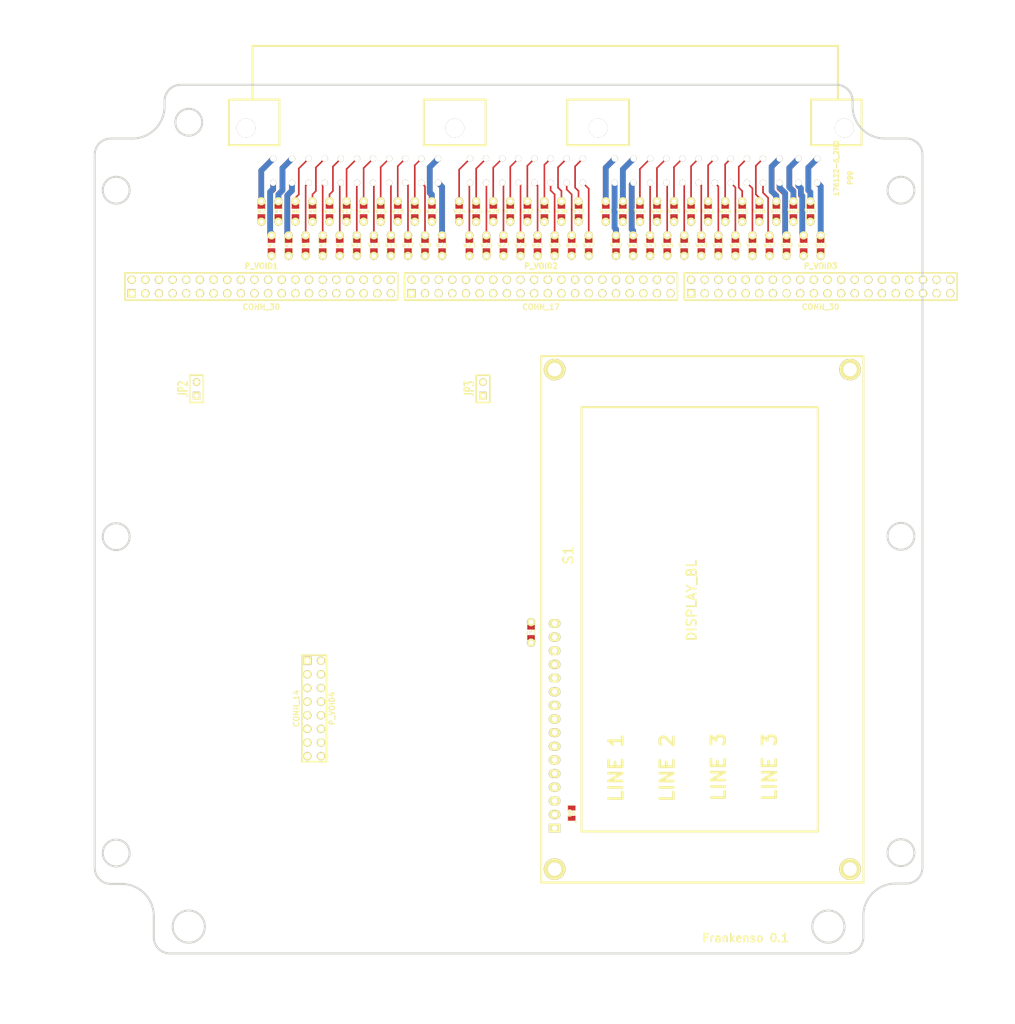
<source format=kicad_pcb>
(kicad_pcb (version 3) (host pcbnew "(2013-07-07 BZR 4022)-stable")
  (layers (15 F.Cu signal) (0 B.Cu signal) (18 B.Paste user) (19 F.Paste user) (20 B.SilkS user) (21 F.SilkS user) (22 B.Mask user) (23 F.Mask user) (28 Edge.Cuts user))
  (net 0 "")
  (net 1 /12V)
  (net 2 /12V-CONST)
  (net 3 /1F)
  (net 4 /1H)
  (net 5 /1I)
  (net 6 /1L)
  (net 7 /1M)
  (net 8 /2A)
  (net 9 /2B)
  (net 10 /2C)
  (net 11 /2D)
  (net 12 /2E)
  (net 13 /2F)
  (net 14 /2G)
  (net 15 /2H)
  (net 16 /2I)
  (net 17 /2J)
  (net 18 /2K)
  (net 19 /2L)
  (net 20 /2M)
  (net 21 /2N)
  (net 22 /2O)
  (net 23 /2P)
  (net 24 /3F)
  (net 25 /3H)
  (net 26 /3I)
  (net 27 /3J)
  (net 28 /3M)
  (net 29 /3R)
  (net 30 /3Y)
  (net 31 /3Z)
  (net 32 /5V)
  (net 33 /AC-RELAY)
  (net 34 /AC-SW)
  (net 35 /BLOWER-SW)
  (net 36 /CID)
  (net 37 /CKP)
  (net 38 /CLT)
  (net 39 /COOL-FAN)
  (net 40 /CPU-GND)
  (net 41 /DIAG)
  (net 42 /DIAG-1K)
  (net 43 /HD44780_CS)
  (net 44 /HD44780_D4)
  (net 45 /HD44780_D5)
  (net 46 /HD44780_D6)
  (net 47 /HD44780_D7)
  (net 48 /HD44780_RS)
  (net 49 /HD44780_VCC)
  (net 50 /HEADLIGHT-SW)
  (net 51 /IAT)
  (net 52 /IDL-SPEED-SOL)
  (net 53 /IGN)
  (net 54 /INJ-02)
  (net 55 /INJ-03)
  (net 56 /INJ-04)
  (net 57 /INJ-05)
  (net 58 /INJ-07)
  (net 59 /INP1)
  (net 60 /INP11)
  (net 61 /INP2)
  (net 62 /MUL)
  (net 63 /NEUTRAL-CLUTCH-SW)
  (net 64 /O2-SIG)
  (net 65 /OUTPUT-GND)
  (net 66 /REAR-DEFROSTER-SW)
  (net 67 /START-SIG)
  (net 68 /STEERING-SW)
  (net 69 /STOP-LIGHT)
  (net 70 /TPS-IDL-SW)
  (net 71 GND)
  (net 72 N-00000120)
  (net 73 N-00000121)
  (net 74 N-00000122)
  (net 75 N-00000123)
  (net 76 N-00000124)
  (net 77 N-00000125)
  (net 78 N-00000126)
  (net 79 N-00000127)
  (net 80 N-00000128)
  (net 81 N-00000129)
  (net 82 N-00000130)
  (net 83 N-00000131)
  (net 84 N-00000132)
  (net 85 N-00000133)
  (net 86 N-00000134)
  (net 87 N-00000135)
  (net 88 N-00000136)
  (net 89 N-00000137)
  (net 90 N-00000138)
  (net 91 N-00000139)
  (net 92 N-00000140)
  (net 93 N-00000141)
  (net 94 N-00000142)
  (net 95 N-00000143)
  (net 96 N-00000144)
  (net 97 N-00000145)
  (net 98 N-00000146)
  (net 99 N-00000147)
  (net 100 N-0000023)
  (net 101 N-0000031)
  (net 102 N-0000032)
  (net 103 N-0000033)
  (net 104 N-0000034)
  (net 105 N-0000035)
  (net 106 N-0000036)
  (net 107 N-0000037)
  (net 108 N-0000038)
  (net 109 N-0000039)
  (net 110 N-0000040)
  (net 111 N-0000041)
  (net 112 N-0000042)
  (net 113 N-0000043)
  (net 114 N-0000044)
  (net 115 N-0000045)
  (net 116 N-0000046)
  (net 117 N-0000047)
  (net 118 N-0000048)
  (net 119 N-0000049)
  (net 120 N-0000050)
  (net 121 N-0000051)
  (net 122 N-0000052)
  (net 123 N-0000053)
  (net 124 N-0000054)
  (net 125 N-0000055)
  (net 126 N-0000056)
  (net 127 N-0000057)
  (net 128 N-0000058)
  (net 129 N-0000059)
  (net 130 N-0000060)
  (net 131 N-0000061)
  (net 132 N-0000062)
  (net 133 N-0000063)
  (net 134 N-0000064)
  (net 135 N-0000065)
  (net 136 N-0000094)
  (module 176122-6_2nd (layer F.Cu) (at 250.825 59.436)
    (fp_text reference P99 (at -2.10058 -0.89916 90) (layer F.SilkS) (effects (font (size 0.889 0.889) (thickness 0.22225))))
    (fp_text value 176122-6_2ND (at -4.699 -2.70002 90) (layer F.SilkS) (effects (font (size 0.889 0.889) (thickness 0.22352))))
    (pad 12 thru_hole circle (at -109.54766 -4.50088 180) (size 1.15062 1.15062) (drill 1.09982) (layers *.Cu *.Mask F.SilkS) (net 120 N-0000050))
    (pad 1 thru_hole circle (at -109.54766 0) (size 1.15062 1.15062) (drill 1.09982) (layers *.Cu *.Mask F.SilkS) (net 100 N-0000023))
    (pad 2 thru_hole circle (at -106.05008 0) (size 1.15062 1.15062) (drill 1.09982) (layers *.Cu *.Mask F.SilkS) (net 121 N-0000051))
    (pad 13 thru_hole circle (at -106.05008 -4.50088 180) (size 1.15062 1.15062) (drill 1.09982) (layers *.Cu *.Mask F.SilkS) (net 122 N-0000052))
    (pad 17 thru_hole circle (at -93.94952 -4.50088 180) (size 1.15062 1.15062) (drill 1.09982) (layers *.Cu *.Mask F.SilkS) (net 129 N-0000059))
    (pad 6 thru_hole circle (at -93.94952 0) (size 1.15062 1.15062) (drill 1.09982) (layers *.Cu *.Mask F.SilkS) (net 128 N-0000058))
    (pad 5 thru_hole circle (at -96.94926 0) (size 1.15062 1.15062) (drill 1.09982) (layers *.Cu *.Mask F.SilkS) (net 127 N-0000057))
    (pad 16 thru_hole circle (at -96.94926 -4.50088 180) (size 1.15062 1.15062) (drill 1.09982) (layers *.Cu *.Mask F.SilkS) (net 119 N-0000049))
    (pad 14 thru_hole circle (at -102.94874 -4.50088 180) (size 1.15062 1.15062) (drill 1.09982) (layers *.Cu *.Mask F.SilkS) (net 124 N-0000054))
    (pad 3 thru_hole circle (at -102.94874 0) (size 1.15062 1.15062) (drill 1.09982) (layers *.Cu *.Mask F.SilkS) (net 123 N-0000053))
    (pad 4 thru_hole circle (at -99.949 0) (size 1.15062 1.15062) (drill 1.09982) (layers *.Cu *.Mask F.SilkS) (net 125 N-0000055))
    (pad 15 thru_hole circle (at -99.949 -4.50088 180) (size 1.15062 1.15062) (drill 1.09982) (layers *.Cu *.Mask F.SilkS) (net 126 N-0000056))
    (pad 19 thru_hole circle (at -87.95004 -4.50088 180) (size 1.15062 1.15062) (drill 1.09982) (layers *.Cu *.Mask F.SilkS) (net 133 N-0000063))
    (pad 8 thru_hole circle (at -87.95004 0) (size 1.15062 1.15062) (drill 1.09982) (layers *.Cu *.Mask F.SilkS) (net 132 N-0000062))
    (pad 7 thru_hole circle (at -90.94978 0) (size 1.15062 1.15062) (drill 1.09982) (layers *.Cu *.Mask F.SilkS) (net 130 N-0000060))
    (pad 18 thru_hole circle (at -90.94978 -4.50088 180) (size 1.15062 1.15062) (drill 1.09982) (layers *.Cu *.Mask F.SilkS) (net 131 N-0000061))
    (pad 20 thru_hole circle (at -84.9503 -4.50088 180) (size 1.15062 1.15062) (drill 1.09982) (layers *.Cu *.Mask F.SilkS) (net 135 N-0000065))
    (pad 9 thru_hole circle (at -84.9503 0) (size 1.15062 1.15062) (drill 1.09982) (layers *.Cu *.Mask F.SilkS) (net 134 N-0000064))
    (pad 10 thru_hole circle (at -81.95056 0) (size 1.15062 1.15062) (drill 1.09982) (layers *.Cu *.Mask F.SilkS) (net 110 N-0000040))
    (pad 21 thru_hole circle (at -81.95056 -4.50088 180) (size 1.15062 1.15062) (drill 1.09982) (layers *.Cu *.Mask F.SilkS) (net 102 N-0000032))
    (pad 34 thru_hole circle (at -63.90132 -4.50088 180) (size 1.15062 1.15062) (drill 1.09982) (layers *.Cu *.Mask F.SilkS) (net 112 N-0000042))
    (pad 26 thru_hole circle (at -63.90132 0) (size 1.15062 1.15062) (drill 1.09982) (layers *.Cu *.Mask F.SilkS) (net 111 N-0000041))
    (pad 25 thru_hole circle (at -66.90106 0) (size 1.15062 1.15062) (drill 1.09982) (layers *.Cu *.Mask F.SilkS) (net 109 N-0000039))
    (pad 33 thru_hole circle (at -66.90106 -4.50088 180) (size 1.15062 1.15062) (drill 1.09982) (layers *.Cu *.Mask F.SilkS) (net 101 N-0000031))
    (pad 31 thru_hole circle (at -72.90054 -4.50088 180) (size 1.15062 1.15062) (drill 1.09982) (layers *.Cu *.Mask F.SilkS) (net 106 N-0000036))
    (pad 23 thru_hole circle (at -72.90054 0) (size 1.15062 1.15062) (drill 1.09982) (layers *.Cu *.Mask F.SilkS) (net 105 N-0000035))
    (pad 24 thru_hole circle (at -69.9008 0) (size 1.15062 1.15062) (drill 1.09982) (layers *.Cu *.Mask F.SilkS) (net 107 N-0000037))
    (pad 32 thru_hole circle (at -69.9008 -4.50088 180) (size 1.15062 1.15062) (drill 1.09982) (layers *.Cu *.Mask F.SilkS) (net 108 N-0000038))
    (pad 36 thru_hole circle (at -57.8993 -4.50088 180) (size 1.15062 1.15062) (drill 1.09982) (layers *.Cu *.Mask F.SilkS) (net 116 N-0000046))
    (pad 28 thru_hole circle (at -57.8993 0) (size 1.15062 1.15062) (drill 1.09982) (layers *.Cu *.Mask F.SilkS) (net 115 N-0000045))
    (pad 27 thru_hole circle (at -60.89904 0) (size 1.15062 1.15062) (drill 1.09982) (layers *.Cu *.Mask F.SilkS) (net 113 N-0000043))
    (pad 35 thru_hole circle (at -60.89904 -4.50088 180) (size 1.15062 1.15062) (drill 1.09982) (layers *.Cu *.Mask F.SilkS) (net 114 N-0000044))
    (pad 37 thru_hole circle (at -54.89956 -4.50088 180) (size 1.15062 1.15062) (drill 1.09982) (layers *.Cu *.Mask F.SilkS) (net 118 N-0000048))
    (pad 29 thru_hole circle (at -54.89956 0) (size 1.15062 1.15062) (drill 1.09982) (layers *.Cu *.Mask F.SilkS) (net 117 N-0000047))
    (pad 22 thru_hole circle (at -78.84922 -4.50088 180) (size 1.15062 1.15062) (drill 1.09982) (layers *.Cu *.Mask F.SilkS) (net 104 N-0000034))
    (pad 11 thru_hole circle (at -78.84922 0) (size 1.15062 1.15062) (drill 1.09982) (layers *.Cu *.Mask F.SilkS) (net 103 N-0000033))
    (pad 30 thru_hole circle (at -51.89982 0) (size 1.15062 1.15062) (drill 1.09982) (layers *.Cu *.Mask F.SilkS) (net 136 N-0000094))
    (pad 38 thru_hole circle (at -51.89982 -4.50088 180) (size 1.15062 1.15062) (drill 1.09982) (layers *.Cu *.Mask F.SilkS) (net 84 N-00000132))
    (pad 40 thru_hole circle (at -42.45356 0) (size 1.15062 1.15062) (drill 1.09982) (layers *.Cu *.Mask F.SilkS) (net 87 N-00000135))
    (pad 53 thru_hole circle (at -42.45356 -4.50088 180) (size 1.15062 1.15062) (drill 1.09982) (layers *.Cu *.Mask F.SilkS) (net 88 N-00000136))
    (pad 39 thru_hole circle (at -45.95368 0) (size 1.15062 1.15062) (drill 1.09982) (layers *.Cu *.Mask F.SilkS) (net 85 N-00000133))
    (pad 52 thru_hole circle (at -45.95368 -4.50088 180) (size 1.15062 1.15062) (drill 1.09982) (layers *.Cu *.Mask F.SilkS) (net 86 N-00000134))
    (pad 44 thru_hole circle (at -30.35046 0) (size 1.15062 1.15062) (drill 1.09982) (layers *.Cu *.Mask F.SilkS) (net 94 N-00000142))
    (pad 57 thru_hole circle (at -30.35046 -4.50088 180) (size 1.15062 1.15062) (drill 1.09982) (layers *.Cu *.Mask F.SilkS) (net 95 N-00000143))
    (pad 43 thru_hole circle (at -33.3502 0) (size 1.15062 1.15062) (drill 1.09982) (layers *.Cu *.Mask F.SilkS) (net 92 N-00000140))
    (pad 56 thru_hole circle (at -33.3502 -4.50088 180) (size 1.15062 1.15062) (drill 1.09982) (layers *.Cu *.Mask F.SilkS) (net 93 N-00000141))
    (pad 41 thru_hole circle (at -39.34968 0) (size 1.15062 1.15062) (drill 1.09982) (layers *.Cu *.Mask F.SilkS) (net 89 N-00000137))
    (pad 54 thru_hole circle (at -39.34968 -4.50088 180) (size 1.15062 1.15062) (drill 1.09982) (layers *.Cu *.Mask F.SilkS) (net 90 N-00000138))
    (pad 42 thru_hole circle (at -36.34994 0) (size 1.15062 1.15062) (drill 1.09982) (layers *.Cu *.Mask F.SilkS) (net 91 N-00000139))
    (pad 55 thru_hole circle (at -36.34994 -4.50088 180) (size 1.15062 1.15062) (drill 1.09982) (layers *.Cu *.Mask F.SilkS) (net 83 N-00000131))
    (pad 46 thru_hole circle (at -24.35098 0) (size 1.15062 1.15062) (drill 1.09982) (layers *.Cu *.Mask F.SilkS) (net 98 N-00000146))
    (pad 59 thru_hole circle (at -24.35098 -4.50088 180) (size 1.15062 1.15062) (drill 1.09982) (layers *.Cu *.Mask F.SilkS) (net 99 N-00000147))
    (pad 45 thru_hole circle (at -27.35072 0) (size 1.15062 1.15062) (drill 1.09982) (layers *.Cu *.Mask F.SilkS) (net 96 N-00000144))
    (pad 58 thru_hole circle (at -27.35072 -4.50088 180) (size 1.15062 1.15062) (drill 1.09982) (layers *.Cu *.Mask F.SilkS) (net 97 N-00000145))
    (pad 47 thru_hole circle (at -21.35124 0) (size 1.15062 1.15062) (drill 1.09982) (layers *.Cu *.Mask F.SilkS) (net 82 N-00000130))
    (pad 60 thru_hole circle (at -21.35124 -4.50088 180) (size 1.15062 1.15062) (drill 1.09982) (layers *.Cu *.Mask F.SilkS) (net 74 N-00000122))
    (pad 48 thru_hole circle (at -18.3515 0) (size 1.15062 1.15062) (drill 1.09982) (layers *.Cu *.Mask F.SilkS) (net 75 N-00000123))
    (pad 61 thru_hole circle (at -18.3515 -4.50088 180) (size 1.15062 1.15062) (drill 1.09982) (layers *.Cu *.Mask F.SilkS) (net 76 N-00000124))
    (pad 49 thru_hole circle (at -15.25016 0) (size 1.15062 1.15062) (drill 1.09982) (layers *.Cu *.Mask F.SilkS) (net 77 N-00000125))
    (pad 62 thru_hole circle (at -15.25016 -4.50088 180) (size 1.15062 1.15062) (drill 1.09982) (layers *.Cu *.Mask F.SilkS) (net 78 N-00000126))
    (pad 50 thru_hole circle (at -11.75004 0) (size 1.15062 1.15062) (drill 1.09982) (layers *.Cu *.Mask F.SilkS) (net 79 N-00000127))
    (pad 63 thru_hole circle (at -11.75004 -4.50088 180) (size 1.15062 1.15062) (drill 1.09982) (layers *.Cu *.Mask F.SilkS) (net 80 N-00000128))
    (pad "" thru_hole circle (at -114.59972 -10.20064) (size 3.50012 3.50012) (drill 3.50012) (layers *.Cu *.Mask F.SilkS))
    (pad "" thru_hole circle (at -75.75042 -10.20064) (size 3.50012 3.50012) (drill 3.50012) (layers *.Cu *.Mask F.SilkS))
    (pad "" thru_hole circle (at -49.04994 -10.20064) (size 3.50012 3.50012) (drill 3.50012) (layers *.Cu *.Mask F.SilkS))
    (pad 51 thru_hole circle (at -8.24992 0) (size 1.15062 1.15062) (drill 1.09982) (layers *.Cu *.Mask F.SilkS) (net 81 N-00000129))
    (pad 64 thru_hole circle (at -8.24992 -4.50088 180) (size 1.15062 1.15062) (drill 1.09982) (layers *.Cu *.Mask F.SilkS) (net 73 N-00000121))
    (pad "" thru_hole circle (at -3.2004 -10.20064) (size 3.50012 3.50012) (drill 3.50012) (layers *.Cu *.Mask F.SilkS))
  )
  (module SM0805_jumper (layer F.Cu) (at 220.98 71.12 90)
    (fp_text reference W49 (at 0.0635 0 180) (layer F.SilkS) (effects (font (size 0.762 0.762) (thickness 0.127))))
    (fp_text value TEST hide)
    (pad 1 smd rect (at -0.9525 0 90) (size 0.889 1.397) (layers F.Cu F.Paste F.Mask) (net 32 /5V))
    (pad 2 smd rect (at 0.9525 0 90) (size 0.889 1.397) (layers F.Cu F.Paste F.Mask) (net 94 N-00000142))
    (pad 2 thru_hole circle (at 1.905 0 90) (size 1.524 1.524) (drill 0.8128) (layers *.Cu *.Mask F.SilkS) (net 94 N-00000142))
    (pad 1 thru_hole circle (at -1.905 0 90) (size 1.524 1.524) (drill 0.8128) (layers *.Cu *.Mask F.SilkS) (net 32 /5V))
  )
  (module SM0805_jumper (layer F.Cu) (at 191.77 64.77 90)
    (fp_text reference W34 (at 0.0635 0 180) (layer F.SilkS) (effects (font (size 0.762 0.762) (thickness 0.127))))
    (fp_text value TEST hide)
    (pad 1 smd rect (at -0.9525 0 90) (size 0.889 1.397) (layers F.Cu F.Paste F.Mask) (net 19 /2L))
    (pad 2 smd rect (at 0.9525 0 90) (size 0.889 1.397) (layers F.Cu F.Paste F.Mask) (net 116 N-0000046))
    (pad 2 thru_hole circle (at 1.905 0 90) (size 1.524 1.524) (drill 0.8128) (layers *.Cu *.Mask F.SilkS) (net 116 N-0000046))
    (pad 1 thru_hole circle (at -1.905 0 90) (size 1.524 1.524) (drill 0.8128) (layers *.Cu *.Mask F.SilkS) (net 19 /2L))
  )
  (module SM0805_jumper (layer F.Cu) (at 196.85 71.12 90)
    (fp_text reference W35 (at 0.0635 0 180) (layer F.SilkS) (effects (font (size 0.762 0.762) (thickness 0.127))))
    (fp_text value TEST hide)
    (pad 1 smd rect (at -0.9525 0 90) (size 0.889 1.397) (layers F.Cu F.Paste F.Mask) (net 20 /2M))
    (pad 2 smd rect (at 0.9525 0 90) (size 0.889 1.397) (layers F.Cu F.Paste F.Mask) (net 117 N-0000047))
    (pad 2 thru_hole circle (at 1.905 0 90) (size 1.524 1.524) (drill 0.8128) (layers *.Cu *.Mask F.SilkS) (net 117 N-0000047))
    (pad 1 thru_hole circle (at -1.905 0 90) (size 1.524 1.524) (drill 0.8128) (layers *.Cu *.Mask F.SilkS) (net 20 /2M))
  )
  (module SM0805_jumper (layer F.Cu) (at 194.945 64.77 90)
    (fp_text reference W36 (at 0.0635 0 180) (layer F.SilkS) (effects (font (size 0.762 0.762) (thickness 0.127))))
    (fp_text value TEST hide)
    (pad 1 smd rect (at -0.9525 0 90) (size 0.889 1.397) (layers F.Cu F.Paste F.Mask) (net 21 /2N))
    (pad 2 smd rect (at 0.9525 0 90) (size 0.889 1.397) (layers F.Cu F.Paste F.Mask) (net 118 N-0000048))
    (pad 2 thru_hole circle (at 1.905 0 90) (size 1.524 1.524) (drill 0.8128) (layers *.Cu *.Mask F.SilkS) (net 118 N-0000048))
    (pad 1 thru_hole circle (at -1.905 0 90) (size 1.524 1.524) (drill 0.8128) (layers *.Cu *.Mask F.SilkS) (net 21 /2N))
  )
  (module SM0805_jumper (layer F.Cu) (at 200.025 71.12 90)
    (fp_text reference W37 (at 0.0635 0 180) (layer F.SilkS) (effects (font (size 0.762 0.762) (thickness 0.127))))
    (fp_text value TEST hide)
    (pad 1 smd rect (at -0.9525 0 90) (size 0.889 1.397) (layers F.Cu F.Paste F.Mask) (net 22 /2O))
    (pad 2 smd rect (at 0.9525 0 90) (size 0.889 1.397) (layers F.Cu F.Paste F.Mask) (net 136 N-0000094))
    (pad 2 thru_hole circle (at 1.905 0 90) (size 1.524 1.524) (drill 0.8128) (layers *.Cu *.Mask F.SilkS) (net 136 N-0000094))
    (pad 1 thru_hole circle (at -1.905 0 90) (size 1.524 1.524) (drill 0.8128) (layers *.Cu *.Mask F.SilkS) (net 22 /2O))
  )
  (module SM0805_jumper (layer F.Cu) (at 198.12 64.77 90)
    (fp_text reference W38 (at 0.0635 0 180) (layer F.SilkS) (effects (font (size 0.762 0.762) (thickness 0.127))))
    (fp_text value TEST hide)
    (pad 1 smd rect (at -0.9525 0 90) (size 0.889 1.397) (layers F.Cu F.Paste F.Mask) (net 23 /2P))
    (pad 2 smd rect (at 0.9525 0 90) (size 0.889 1.397) (layers F.Cu F.Paste F.Mask) (net 84 N-00000132))
    (pad 2 thru_hole circle (at 1.905 0 90) (size 1.524 1.524) (drill 0.8128) (layers *.Cu *.Mask F.SilkS) (net 84 N-00000132))
    (pad 1 thru_hole circle (at -1.905 0 90) (size 1.524 1.524) (drill 0.8128) (layers *.Cu *.Mask F.SilkS) (net 23 /2P))
  )
  (module SM0805_jumper (layer F.Cu) (at 205.105 71.12 90)
    (fp_text reference W39 (at 0.0635 0 180) (layer F.SilkS) (effects (font (size 0.762 0.762) (thickness 0.127))))
    (fp_text value TEST hide)
    (pad 1 smd rect (at -0.9525 0 90) (size 0.889 1.397) (layers F.Cu F.Paste F.Mask) (net 71 GND))
    (pad 2 smd rect (at 0.9525 0 90) (size 0.889 1.397) (layers F.Cu F.Paste F.Mask) (net 85 N-00000133))
    (pad 2 thru_hole circle (at 1.905 0 90) (size 1.524 1.524) (drill 0.8128) (layers *.Cu *.Mask F.SilkS) (net 85 N-00000133))
    (pad 1 thru_hole circle (at -1.905 0 90) (size 1.524 1.524) (drill 0.8128) (layers *.Cu *.Mask F.SilkS) (net 71 GND))
  )
  (module SM0805_jumper (layer F.Cu) (at 203.2 64.77 90)
    (fp_text reference W40 (at 0.0635 0 180) (layer F.SilkS) (effects (font (size 0.762 0.762) (thickness 0.127))))
    (fp_text value TEST hide)
    (pad 1 smd rect (at -0.9525 0 90) (size 0.889 1.397) (layers F.Cu F.Paste F.Mask) (net 65 /OUTPUT-GND))
    (pad 2 smd rect (at 0.9525 0 90) (size 0.889 1.397) (layers F.Cu F.Paste F.Mask) (net 86 N-00000134))
    (pad 2 thru_hole circle (at 1.905 0 90) (size 1.524 1.524) (drill 0.8128) (layers *.Cu *.Mask F.SilkS) (net 86 N-00000134))
    (pad 1 thru_hole circle (at -1.905 0 90) (size 1.524 1.524) (drill 0.8128) (layers *.Cu *.Mask F.SilkS) (net 65 /OUTPUT-GND))
  )
  (module SM0805_jumper (layer F.Cu) (at 208.28 71.12 90)
    (fp_text reference W41 (at 0.0635 0 180) (layer F.SilkS) (effects (font (size 0.762 0.762) (thickness 0.127))))
    (fp_text value TEST hide)
    (pad 1 smd rect (at -0.9525 0 90) (size 0.889 1.397) (layers F.Cu F.Paste F.Mask) (net 40 /CPU-GND))
    (pad 2 smd rect (at 0.9525 0 90) (size 0.889 1.397) (layers F.Cu F.Paste F.Mask) (net 87 N-00000135))
    (pad 2 thru_hole circle (at 1.905 0 90) (size 1.524 1.524) (drill 0.8128) (layers *.Cu *.Mask F.SilkS) (net 87 N-00000135))
    (pad 1 thru_hole circle (at -1.905 0 90) (size 1.524 1.524) (drill 0.8128) (layers *.Cu *.Mask F.SilkS) (net 40 /CPU-GND))
  )
  (module SM0805_jumper (layer F.Cu) (at 206.375 64.77 90)
    (fp_text reference W42 (at 0.0635 0 180) (layer F.SilkS) (effects (font (size 0.762 0.762) (thickness 0.127))))
    (fp_text value TEST hide)
    (pad 1 smd rect (at -0.9525 0 90) (size 0.889 1.397) (layers F.Cu F.Paste F.Mask) (net 60 /INP11))
    (pad 2 smd rect (at 0.9525 0 90) (size 0.889 1.397) (layers F.Cu F.Paste F.Mask) (net 88 N-00000136))
    (pad 2 thru_hole circle (at 1.905 0 90) (size 1.524 1.524) (drill 0.8128) (layers *.Cu *.Mask F.SilkS) (net 88 N-00000136))
    (pad 1 thru_hole circle (at -1.905 0 90) (size 1.524 1.524) (drill 0.8128) (layers *.Cu *.Mask F.SilkS) (net 60 /INP11))
  )
  (module SM0805_jumper (layer F.Cu) (at 211.455 71.12 90)
    (fp_text reference W43 (at 0.0635 0 180) (layer F.SilkS) (effects (font (size 0.762 0.762) (thickness 0.127))))
    (fp_text value TEST hide)
    (pad 1 smd rect (at -0.9525 0 90) (size 0.889 1.397) (layers F.Cu F.Paste F.Mask) (net 37 /CKP))
    (pad 2 smd rect (at 0.9525 0 90) (size 0.889 1.397) (layers F.Cu F.Paste F.Mask) (net 89 N-00000137))
    (pad 2 thru_hole circle (at 1.905 0 90) (size 1.524 1.524) (drill 0.8128) (layers *.Cu *.Mask F.SilkS) (net 89 N-00000137))
    (pad 1 thru_hole circle (at -1.905 0 90) (size 1.524 1.524) (drill 0.8128) (layers *.Cu *.Mask F.SilkS) (net 37 /CKP))
  )
  (module SM0805_jumper (layer F.Cu) (at 209.55 64.77 90)
    (fp_text reference W44 (at 0.0635 0 180) (layer F.SilkS) (effects (font (size 0.762 0.762) (thickness 0.127))))
    (fp_text value TEST hide)
    (pad 1 smd rect (at -0.9525 0 90) (size 0.889 1.397) (layers F.Cu F.Paste F.Mask) (net 24 /3F))
    (pad 2 smd rect (at 0.9525 0 90) (size 0.889 1.397) (layers F.Cu F.Paste F.Mask) (net 90 N-00000138))
    (pad 2 thru_hole circle (at 1.905 0 90) (size 1.524 1.524) (drill 0.8128) (layers *.Cu *.Mask F.SilkS) (net 90 N-00000138))
    (pad 1 thru_hole circle (at -1.905 0 90) (size 1.524 1.524) (drill 0.8128) (layers *.Cu *.Mask F.SilkS) (net 24 /3F))
  )
  (module SM0805_jumper (layer F.Cu) (at 214.63 71.12 90)
    (fp_text reference W45 (at 0.0635 0 180) (layer F.SilkS) (effects (font (size 0.762 0.762) (thickness 0.127))))
    (fp_text value TEST hide)
    (pad 1 smd rect (at -0.9525 0 90) (size 0.889 1.397) (layers F.Cu F.Paste F.Mask) (net 36 /CID))
    (pad 2 smd rect (at 0.9525 0 90) (size 0.889 1.397) (layers F.Cu F.Paste F.Mask) (net 91 N-00000139))
    (pad 2 thru_hole circle (at 1.905 0 90) (size 1.524 1.524) (drill 0.8128) (layers *.Cu *.Mask F.SilkS) (net 91 N-00000139))
    (pad 1 thru_hole circle (at -1.905 0 90) (size 1.524 1.524) (drill 0.8128) (layers *.Cu *.Mask F.SilkS) (net 36 /CID))
  )
  (module SM0805_jumper (layer F.Cu) (at 212.725 64.77 90)
    (fp_text reference W46 (at 0.0635 0 180) (layer F.SilkS) (effects (font (size 0.762 0.762) (thickness 0.127))))
    (fp_text value TEST hide)
    (pad 1 smd rect (at -0.9525 0 90) (size 0.889 1.397) (layers F.Cu F.Paste F.Mask) (net 25 /3H))
    (pad 2 smd rect (at 0.9525 0 90) (size 0.889 1.397) (layers F.Cu F.Paste F.Mask) (net 83 N-00000131))
    (pad 2 thru_hole circle (at 1.905 0 90) (size 1.524 1.524) (drill 0.8128) (layers *.Cu *.Mask F.SilkS) (net 83 N-00000131))
    (pad 1 thru_hole circle (at -1.905 0 90) (size 1.524 1.524) (drill 0.8128) (layers *.Cu *.Mask F.SilkS) (net 25 /3H))
  )
  (module SM0805_jumper (layer F.Cu) (at 217.805 71.12 90)
    (fp_text reference W47 (at 0.0635 0 180) (layer F.SilkS) (effects (font (size 0.762 0.762) (thickness 0.127))))
    (fp_text value TEST hide)
    (pad 1 smd rect (at -0.9525 0 90) (size 0.889 1.397) (layers F.Cu F.Paste F.Mask) (net 26 /3I))
    (pad 2 smd rect (at 0.9525 0 90) (size 0.889 1.397) (layers F.Cu F.Paste F.Mask) (net 92 N-00000140))
    (pad 2 thru_hole circle (at 1.905 0 90) (size 1.524 1.524) (drill 0.8128) (layers *.Cu *.Mask F.SilkS) (net 92 N-00000140))
    (pad 1 thru_hole circle (at -1.905 0 90) (size 1.524 1.524) (drill 0.8128) (layers *.Cu *.Mask F.SilkS) (net 26 /3I))
  )
  (module SM0805_jumper (layer F.Cu) (at 215.9 64.77 90)
    (fp_text reference W48 (at 0.0635 0 180) (layer F.SilkS) (effects (font (size 0.762 0.762) (thickness 0.127))))
    (fp_text value TEST hide)
    (pad 1 smd rect (at -0.9525 0 90) (size 0.889 1.397) (layers F.Cu F.Paste F.Mask) (net 27 /3J))
    (pad 2 smd rect (at 0.9525 0 90) (size 0.889 1.397) (layers F.Cu F.Paste F.Mask) (net 93 N-00000141))
    (pad 2 thru_hole circle (at 1.905 0 90) (size 1.524 1.524) (drill 0.8128) (layers *.Cu *.Mask F.SilkS) (net 93 N-00000141))
    (pad 1 thru_hole circle (at -1.905 0 90) (size 1.524 1.524) (drill 0.8128) (layers *.Cu *.Mask F.SilkS) (net 27 /3J))
  )
  (module SM0805_jumper (layer F.Cu) (at 193.675 71.12 90)
    (fp_text reference W33 (at 0.0635 0 180) (layer F.SilkS) (effects (font (size 0.762 0.762) (thickness 0.127))))
    (fp_text value TEST hide)
    (pad 1 smd rect (at -0.9525 0 90) (size 0.889 1.397) (layers F.Cu F.Paste F.Mask) (net 18 /2K))
    (pad 2 smd rect (at 0.9525 0 90) (size 0.889 1.397) (layers F.Cu F.Paste F.Mask) (net 115 N-0000045))
    (pad 2 thru_hole circle (at 1.905 0 90) (size 1.524 1.524) (drill 0.8128) (layers *.Cu *.Mask F.SilkS) (net 115 N-0000045))
    (pad 1 thru_hole circle (at -1.905 0 90) (size 1.524 1.524) (drill 0.8128) (layers *.Cu *.Mask F.SilkS) (net 18 /2K))
  )
  (module SM0805_jumper (layer F.Cu) (at 219.075 64.77 90)
    (fp_text reference W50 (at 0.0635 0 180) (layer F.SilkS) (effects (font (size 0.762 0.762) (thickness 0.127))))
    (fp_text value TEST hide)
    (pad 1 smd rect (at -0.9525 0 90) (size 0.889 1.397) (layers F.Cu F.Paste F.Mask) (net 61 /INP2))
    (pad 2 smd rect (at 0.9525 0 90) (size 0.889 1.397) (layers F.Cu F.Paste F.Mask) (net 95 N-00000143))
    (pad 2 thru_hole circle (at 1.905 0 90) (size 1.524 1.524) (drill 0.8128) (layers *.Cu *.Mask F.SilkS) (net 95 N-00000143))
    (pad 1 thru_hole circle (at -1.905 0 90) (size 1.524 1.524) (drill 0.8128) (layers *.Cu *.Mask F.SilkS) (net 61 /INP2))
  )
  (module SM0805_jumper (layer F.Cu) (at 224.155 71.12 90)
    (fp_text reference W51 (at 0.0635 0 180) (layer F.SilkS) (effects (font (size 0.762 0.762) (thickness 0.127))))
    (fp_text value TEST hide)
    (pad 1 smd rect (at -0.9525 0 90) (size 0.889 1.397) (layers F.Cu F.Paste F.Mask) (net 28 /3M))
    (pad 2 smd rect (at 0.9525 0 90) (size 0.889 1.397) (layers F.Cu F.Paste F.Mask) (net 96 N-00000144))
    (pad 2 thru_hole circle (at 1.905 0 90) (size 1.524 1.524) (drill 0.8128) (layers *.Cu *.Mask F.SilkS) (net 96 N-00000144))
    (pad 1 thru_hole circle (at -1.905 0 90) (size 1.524 1.524) (drill 0.8128) (layers *.Cu *.Mask F.SilkS) (net 28 /3M))
  )
  (module SM0805_jumper (layer F.Cu) (at 222.25 64.77 90)
    (fp_text reference W52 (at 0.0635 0 180) (layer F.SilkS) (effects (font (size 0.762 0.762) (thickness 0.127))))
    (fp_text value TEST hide)
    (pad 1 smd rect (at -0.9525 0 90) (size 0.889 1.397) (layers F.Cu F.Paste F.Mask) (net 64 /O2-SIG))
    (pad 2 smd rect (at 0.9525 0 90) (size 0.889 1.397) (layers F.Cu F.Paste F.Mask) (net 97 N-00000145))
    (pad 2 thru_hole circle (at 1.905 0 90) (size 1.524 1.524) (drill 0.8128) (layers *.Cu *.Mask F.SilkS) (net 97 N-00000145))
    (pad 1 thru_hole circle (at -1.905 0 90) (size 1.524 1.524) (drill 0.8128) (layers *.Cu *.Mask F.SilkS) (net 64 /O2-SIG))
  )
  (module SM0805_jumper (layer F.Cu) (at 227.33 71.12 90)
    (fp_text reference W53 (at 0.0635 0 180) (layer F.SilkS) (effects (font (size 0.762 0.762) (thickness 0.127))))
    (fp_text value TEST hide)
    (pad 1 smd rect (at -0.9525 0 90) (size 0.889 1.397) (layers F.Cu F.Paste F.Mask) (net 59 /INP1))
    (pad 2 smd rect (at 0.9525 0 90) (size 0.889 1.397) (layers F.Cu F.Paste F.Mask) (net 98 N-00000146))
    (pad 2 thru_hole circle (at 1.905 0 90) (size 1.524 1.524) (drill 0.8128) (layers *.Cu *.Mask F.SilkS) (net 98 N-00000146))
    (pad 1 thru_hole circle (at -1.905 0 90) (size 1.524 1.524) (drill 0.8128) (layers *.Cu *.Mask F.SilkS) (net 59 /INP1))
  )
  (module SM0805_jumper (layer F.Cu) (at 225.425 64.77 90)
    (fp_text reference W54 (at 0.0635 0 180) (layer F.SilkS) (effects (font (size 0.762 0.762) (thickness 0.127))))
    (fp_text value TEST hide)
    (pad 1 smd rect (at -0.9525 0 90) (size 0.889 1.397) (layers F.Cu F.Paste F.Mask) (net 51 /IAT))
    (pad 2 smd rect (at 0.9525 0 90) (size 0.889 1.397) (layers F.Cu F.Paste F.Mask) (net 99 N-00000147))
    (pad 2 thru_hole circle (at 1.905 0 90) (size 1.524 1.524) (drill 0.8128) (layers *.Cu *.Mask F.SilkS) (net 99 N-00000147))
    (pad 1 thru_hole circle (at -1.905 0 90) (size 1.524 1.524) (drill 0.8128) (layers *.Cu *.Mask F.SilkS) (net 51 /IAT))
  )
  (module SM0805_jumper (layer F.Cu) (at 230.505 71.12 90)
    (fp_text reference W55 (at 0.0635 0 180) (layer F.SilkS) (effects (font (size 0.762 0.762) (thickness 0.127))))
    (fp_text value TEST hide)
    (pad 1 smd rect (at -0.9525 0 90) (size 0.889 1.397) (layers F.Cu F.Paste F.Mask) (net 38 /CLT))
    (pad 2 smd rect (at 0.9525 0 90) (size 0.889 1.397) (layers F.Cu F.Paste F.Mask) (net 82 N-00000130))
    (pad 2 thru_hole circle (at 1.905 0 90) (size 1.524 1.524) (drill 0.8128) (layers *.Cu *.Mask F.SilkS) (net 82 N-00000130))
    (pad 1 thru_hole circle (at -1.905 0 90) (size 1.524 1.524) (drill 0.8128) (layers *.Cu *.Mask F.SilkS) (net 38 /CLT))
  )
  (module SM0805_jumper (layer F.Cu) (at 228.6 64.77 90)
    (fp_text reference W56 (at 0.0635 0 180) (layer F.SilkS) (effects (font (size 0.762 0.762) (thickness 0.127))))
    (fp_text value TEST hide)
    (pad 1 smd rect (at -0.9525 0 90) (size 0.889 1.397) (layers F.Cu F.Paste F.Mask) (net 29 /3R))
    (pad 2 smd rect (at 0.9525 0 90) (size 0.889 1.397) (layers F.Cu F.Paste F.Mask) (net 74 N-00000122))
    (pad 2 thru_hole circle (at 1.905 0 90) (size 1.524 1.524) (drill 0.8128) (layers *.Cu *.Mask F.SilkS) (net 74 N-00000122))
    (pad 1 thru_hole circle (at -1.905 0 90) (size 1.524 1.524) (drill 0.8128) (layers *.Cu *.Mask F.SilkS) (net 29 /3R))
  )
  (module SM0805_jumper (layer F.Cu) (at 233.68 71.12 90)
    (fp_text reference W57 (at 0.0635 0 180) (layer F.SilkS) (effects (font (size 0.762 0.762) (thickness 0.127))))
    (fp_text value TEST hide)
    (pad 1 smd rect (at -0.9525 0 90) (size 0.889 1.397) (layers F.Cu F.Paste F.Mask) (net 54 /INJ-02))
    (pad 2 smd rect (at 0.9525 0 90) (size 0.889 1.397) (layers F.Cu F.Paste F.Mask) (net 75 N-00000123))
    (pad 2 thru_hole circle (at 1.905 0 90) (size 1.524 1.524) (drill 0.8128) (layers *.Cu *.Mask F.SilkS) (net 75 N-00000123))
    (pad 1 thru_hole circle (at -1.905 0 90) (size 1.524 1.524) (drill 0.8128) (layers *.Cu *.Mask F.SilkS) (net 54 /INJ-02))
  )
  (module SM0805_jumper (layer F.Cu) (at 231.775 64.77 90)
    (fp_text reference W58 (at 0.0635 0 180) (layer F.SilkS) (effects (font (size 0.762 0.762) (thickness 0.127))))
    (fp_text value TEST hide)
    (pad 1 smd rect (at -0.9525 0 90) (size 0.889 1.397) (layers F.Cu F.Paste F.Mask) (net 55 /INJ-03))
    (pad 2 smd rect (at 0.9525 0 90) (size 0.889 1.397) (layers F.Cu F.Paste F.Mask) (net 76 N-00000124))
    (pad 2 thru_hole circle (at 1.905 0 90) (size 1.524 1.524) (drill 0.8128) (layers *.Cu *.Mask F.SilkS) (net 76 N-00000124))
    (pad 1 thru_hole circle (at -1.905 0 90) (size 1.524 1.524) (drill 0.8128) (layers *.Cu *.Mask F.SilkS) (net 55 /INJ-03))
  )
  (module SM0805_jumper (layer F.Cu) (at 236.855 71.12 90)
    (fp_text reference W59 (at 0.0635 0 180) (layer F.SilkS) (effects (font (size 0.762 0.762) (thickness 0.127))))
    (fp_text value TEST hide)
    (pad 1 smd rect (at -0.9525 0 90) (size 0.889 1.397) (layers F.Cu F.Paste F.Mask) (net 56 /INJ-04))
    (pad 2 smd rect (at 0.9525 0 90) (size 0.889 1.397) (layers F.Cu F.Paste F.Mask) (net 77 N-00000125))
    (pad 2 thru_hole circle (at 1.905 0 90) (size 1.524 1.524) (drill 0.8128) (layers *.Cu *.Mask F.SilkS) (net 77 N-00000125))
    (pad 1 thru_hole circle (at -1.905 0 90) (size 1.524 1.524) (drill 0.8128) (layers *.Cu *.Mask F.SilkS) (net 56 /INJ-04))
  )
  (module SM0805_jumper (layer F.Cu) (at 234.95 64.77 90)
    (fp_text reference W60 (at 0.0635 0 180) (layer F.SilkS) (effects (font (size 0.762 0.762) (thickness 0.127))))
    (fp_text value TEST hide)
    (pad 1 smd rect (at -0.9525 0 90) (size 0.889 1.397) (layers F.Cu F.Paste F.Mask) (net 57 /INJ-05))
    (pad 2 smd rect (at 0.9525 0 90) (size 0.889 1.397) (layers F.Cu F.Paste F.Mask) (net 78 N-00000126))
    (pad 2 thru_hole circle (at 1.905 0 90) (size 1.524 1.524) (drill 0.8128) (layers *.Cu *.Mask F.SilkS) (net 78 N-00000126))
    (pad 1 thru_hole circle (at -1.905 0 90) (size 1.524 1.524) (drill 0.8128) (layers *.Cu *.Mask F.SilkS) (net 57 /INJ-05))
  )
  (module SM0805_jumper (layer F.Cu) (at 240.03 71.12 90)
    (fp_text reference W61 (at 0.0635 0 180) (layer F.SilkS) (effects (font (size 0.762 0.762) (thickness 0.127))))
    (fp_text value TEST hide)
    (pad 1 smd rect (at -0.9525 0 90) (size 0.889 1.397) (layers F.Cu F.Paste F.Mask) (net 52 /IDL-SPEED-SOL))
    (pad 2 smd rect (at 0.9525 0 90) (size 0.889 1.397) (layers F.Cu F.Paste F.Mask) (net 79 N-00000127))
    (pad 2 thru_hole circle (at 1.905 0 90) (size 1.524 1.524) (drill 0.8128) (layers *.Cu *.Mask F.SilkS) (net 79 N-00000127))
    (pad 1 thru_hole circle (at -1.905 0 90) (size 1.524 1.524) (drill 0.8128) (layers *.Cu *.Mask F.SilkS) (net 52 /IDL-SPEED-SOL))
  )
  (module SM0805_jumper (layer F.Cu) (at 238.125 64.77 90)
    (fp_text reference W62 (at 0.0635 0 180) (layer F.SilkS) (effects (font (size 0.762 0.762) (thickness 0.127))))
    (fp_text value TEST hide)
    (pad 1 smd rect (at -0.9525 0 90) (size 0.889 1.397) (layers F.Cu F.Paste F.Mask) (net 58 /INJ-07))
    (pad 2 smd rect (at 0.9525 0 90) (size 0.889 1.397) (layers F.Cu F.Paste F.Mask) (net 80 N-00000128))
    (pad 2 thru_hole circle (at 1.905 0 90) (size 1.524 1.524) (drill 0.8128) (layers *.Cu *.Mask F.SilkS) (net 80 N-00000128))
    (pad 1 thru_hole circle (at -1.905 0 90) (size 1.524 1.524) (drill 0.8128) (layers *.Cu *.Mask F.SilkS) (net 58 /INJ-07))
  )
  (module SM0805_jumper (layer F.Cu) (at 243.205 71.12 90)
    (fp_text reference W63 (at 0.0635 0 180) (layer F.SilkS) (effects (font (size 0.762 0.762) (thickness 0.127))))
    (fp_text value TEST hide)
    (pad 1 smd rect (at -0.9525 0 90) (size 0.889 1.397) (layers F.Cu F.Paste F.Mask) (net 30 /3Y))
    (pad 2 smd rect (at 0.9525 0 90) (size 0.889 1.397) (layers F.Cu F.Paste F.Mask) (net 81 N-00000129))
    (pad 2 thru_hole circle (at 1.905 0 90) (size 1.524 1.524) (drill 0.8128) (layers *.Cu *.Mask F.SilkS) (net 81 N-00000129))
    (pad 1 thru_hole circle (at -1.905 0 90) (size 1.524 1.524) (drill 0.8128) (layers *.Cu *.Mask F.SilkS) (net 30 /3Y))
  )
  (module SM0805_jumper (layer F.Cu) (at 241.3 64.77 90)
    (fp_text reference W64 (at 0.0635 0 180) (layer F.SilkS) (effects (font (size 0.762 0.762) (thickness 0.127))))
    (fp_text value TEST hide)
    (pad 1 smd rect (at -0.9525 0 90) (size 0.889 1.397) (layers F.Cu F.Paste F.Mask) (net 31 /3Z))
    (pad 2 smd rect (at 0.9525 0 90) (size 0.889 1.397) (layers F.Cu F.Paste F.Mask) (net 73 N-00000121))
    (pad 2 thru_hole circle (at 1.905 0 90) (size 1.524 1.524) (drill 0.8128) (layers *.Cu *.Mask F.SilkS) (net 73 N-00000121))
    (pad 1 thru_hole circle (at -1.905 0 90) (size 1.524 1.524) (drill 0.8128) (layers *.Cu *.Mask F.SilkS) (net 31 /3Z))
  )
  (module SM0805_jumper (layer F.Cu) (at 166.37 71.12 90)
    (fp_text reference W17 (at 0.0635 0 180) (layer F.SilkS) (effects (font (size 0.762 0.762) (thickness 0.127))))
    (fp_text value TEST hide)
    (pad 1 smd rect (at -0.9525 0 90) (size 0.889 1.397) (layers F.Cu F.Paste F.Mask) (net 34 /AC-SW))
    (pad 2 smd rect (at 0.9525 0 90) (size 0.889 1.397) (layers F.Cu F.Paste F.Mask) (net 134 N-0000064))
    (pad 2 thru_hole circle (at 1.905 0 90) (size 1.524 1.524) (drill 0.8128) (layers *.Cu *.Mask F.SilkS) (net 134 N-0000064))
    (pad 1 thru_hole circle (at -1.905 0 90) (size 1.524 1.524) (drill 0.8128) (layers *.Cu *.Mask F.SilkS) (net 34 /AC-SW))
  )
  (module SM0805_jumper (layer F.Cu) (at 139.065 64.77 90)
    (fp_text reference W2 (at 0.0635 0 180) (layer F.SilkS) (effects (font (size 0.762 0.762) (thickness 0.127))))
    (fp_text value TEST hide)
    (pad 1 smd rect (at -0.9525 0 90) (size 0.889 1.397) (layers F.Cu F.Paste F.Mask) (net 1 /12V))
    (pad 2 smd rect (at 0.9525 0 90) (size 0.889 1.397) (layers F.Cu F.Paste F.Mask) (net 120 N-0000050))
    (pad 2 thru_hole circle (at 1.905 0 90) (size 1.524 1.524) (drill 0.8128) (layers *.Cu *.Mask F.SilkS) (net 120 N-0000050))
    (pad 1 thru_hole circle (at -1.905 0 90) (size 1.524 1.524) (drill 0.8128) (layers *.Cu *.Mask F.SilkS) (net 1 /12V))
  )
  (module SM0805_jumper (layer F.Cu) (at 144.145 71.12 90)
    (fp_text reference W3 (at 0.0635 0 180) (layer F.SilkS) (effects (font (size 0.762 0.762) (thickness 0.127))))
    (fp_text value TEST hide)
    (pad 1 smd rect (at -0.9525 0 90) (size 0.889 1.397) (layers F.Cu F.Paste F.Mask) (net 67 /START-SIG))
    (pad 2 smd rect (at 0.9525 0 90) (size 0.889 1.397) (layers F.Cu F.Paste F.Mask) (net 121 N-0000051))
    (pad 2 thru_hole circle (at 1.905 0 90) (size 1.524 1.524) (drill 0.8128) (layers *.Cu *.Mask F.SilkS) (net 121 N-0000051))
    (pad 1 thru_hole circle (at -1.905 0 90) (size 1.524 1.524) (drill 0.8128) (layers *.Cu *.Mask F.SilkS) (net 67 /START-SIG))
  )
  (module SM0805_jumper (layer F.Cu) (at 142.24 64.77 90)
    (fp_text reference W4 (at 0.0635 0 180) (layer F.SilkS) (effects (font (size 0.762 0.762) (thickness 0.127))))
    (fp_text value TEST hide)
    (pad 1 smd rect (at -0.9525 0 90) (size 0.889 1.397) (layers F.Cu F.Paste F.Mask) (net 41 /DIAG))
    (pad 2 smd rect (at 0.9525 0 90) (size 0.889 1.397) (layers F.Cu F.Paste F.Mask) (net 122 N-0000052))
    (pad 2 thru_hole circle (at 1.905 0 90) (size 1.524 1.524) (drill 0.8128) (layers *.Cu *.Mask F.SilkS) (net 122 N-0000052))
    (pad 1 thru_hole circle (at -1.905 0 90) (size 1.524 1.524) (drill 0.8128) (layers *.Cu *.Mask F.SilkS) (net 41 /DIAG))
  )
  (module SM0805_jumper (layer F.Cu) (at 147.32 71.12 90)
    (fp_text reference W5 (at 0.0635 0 180) (layer F.SilkS) (effects (font (size 0.762 0.762) (thickness 0.127))))
    (fp_text value TEST hide)
    (pad 1 smd rect (at -0.9525 0 90) (size 0.889 1.397) (layers F.Cu F.Paste F.Mask) (net 62 /MUL))
    (pad 2 smd rect (at 0.9525 0 90) (size 0.889 1.397) (layers F.Cu F.Paste F.Mask) (net 123 N-0000053))
    (pad 2 thru_hole circle (at 1.905 0 90) (size 1.524 1.524) (drill 0.8128) (layers *.Cu *.Mask F.SilkS) (net 123 N-0000053))
    (pad 1 thru_hole circle (at -1.905 0 90) (size 1.524 1.524) (drill 0.8128) (layers *.Cu *.Mask F.SilkS) (net 62 /MUL))
  )
  (module SM0805_jumper (layer F.Cu) (at 145.415 64.77 90)
    (fp_text reference W6 (at 0.0635 0 180) (layer F.SilkS) (effects (font (size 0.762 0.762) (thickness 0.127))))
    (fp_text value TEST hide)
    (pad 1 smd rect (at -0.9525 0 90) (size 0.889 1.397) (layers F.Cu F.Paste F.Mask) (net 3 /1F))
    (pad 2 smd rect (at 0.9525 0 90) (size 0.889 1.397) (layers F.Cu F.Paste F.Mask) (net 124 N-0000054))
    (pad 2 thru_hole circle (at 1.905 0 90) (size 1.524 1.524) (drill 0.8128) (layers *.Cu *.Mask F.SilkS) (net 124 N-0000054))
    (pad 1 thru_hole circle (at -1.905 0 90) (size 1.524 1.524) (drill 0.8128) (layers *.Cu *.Mask F.SilkS) (net 3 /1F))
  )
  (module SM0805_jumper (layer F.Cu) (at 150.495 71.12 90)
    (fp_text reference W7 (at 0.0635 0 180) (layer F.SilkS) (effects (font (size 0.762 0.762) (thickness 0.127))))
    (fp_text value TEST hide)
    (pad 1 smd rect (at -0.9525 0 90) (size 0.889 1.397) (layers F.Cu F.Paste F.Mask) (net 53 /IGN))
    (pad 2 smd rect (at 0.9525 0 90) (size 0.889 1.397) (layers F.Cu F.Paste F.Mask) (net 125 N-0000055))
    (pad 2 thru_hole circle (at 1.905 0 90) (size 1.524 1.524) (drill 0.8128) (layers *.Cu *.Mask F.SilkS) (net 125 N-0000055))
    (pad 1 thru_hole circle (at -1.905 0 90) (size 1.524 1.524) (drill 0.8128) (layers *.Cu *.Mask F.SilkS) (net 53 /IGN))
  )
  (module SM0805_jumper (layer F.Cu) (at 148.59 64.77 90)
    (fp_text reference W8 (at 0.0635 0 180) (layer F.SilkS) (effects (font (size 0.762 0.762) (thickness 0.127))))
    (fp_text value TEST hide)
    (pad 1 smd rect (at -0.9525 0 90) (size 0.889 1.397) (layers F.Cu F.Paste F.Mask) (net 4 /1H))
    (pad 2 smd rect (at 0.9525 0 90) (size 0.889 1.397) (layers F.Cu F.Paste F.Mask) (net 126 N-0000056))
    (pad 2 thru_hole circle (at 1.905 0 90) (size 1.524 1.524) (drill 0.8128) (layers *.Cu *.Mask F.SilkS) (net 126 N-0000056))
    (pad 1 thru_hole circle (at -1.905 0 90) (size 1.524 1.524) (drill 0.8128) (layers *.Cu *.Mask F.SilkS) (net 4 /1H))
  )
  (module SM0805_jumper (layer F.Cu) (at 153.67 71.12 90)
    (fp_text reference W9 (at 0.0635 0 180) (layer F.SilkS) (effects (font (size 0.762 0.762) (thickness 0.127))))
    (fp_text value TEST hide)
    (pad 1 smd rect (at -0.9525 0 90) (size 0.889 1.397) (layers F.Cu F.Paste F.Mask) (net 5 /1I))
    (pad 2 smd rect (at 0.9525 0 90) (size 0.889 1.397) (layers F.Cu F.Paste F.Mask) (net 127 N-0000057))
    (pad 2 thru_hole circle (at 1.905 0 90) (size 1.524 1.524) (drill 0.8128) (layers *.Cu *.Mask F.SilkS) (net 127 N-0000057))
    (pad 1 thru_hole circle (at -1.905 0 90) (size 1.524 1.524) (drill 0.8128) (layers *.Cu *.Mask F.SilkS) (net 5 /1I))
  )
  (module SM0805_jumper (layer F.Cu) (at 151.765 64.77 90)
    (fp_text reference W10 (at 0.0635 0 180) (layer F.SilkS) (effects (font (size 0.762 0.762) (thickness 0.127))))
    (fp_text value TEST hide)
    (pad 1 smd rect (at -0.9525 0 90) (size 0.889 1.397) (layers F.Cu F.Paste F.Mask) (net 33 /AC-RELAY))
    (pad 2 smd rect (at 0.9525 0 90) (size 0.889 1.397) (layers F.Cu F.Paste F.Mask) (net 119 N-0000049))
    (pad 2 thru_hole circle (at 1.905 0 90) (size 1.524 1.524) (drill 0.8128) (layers *.Cu *.Mask F.SilkS) (net 119 N-0000049))
    (pad 1 thru_hole circle (at -1.905 0 90) (size 1.524 1.524) (drill 0.8128) (layers *.Cu *.Mask F.SilkS) (net 33 /AC-RELAY))
  )
  (module SM0805_jumper (layer F.Cu) (at 156.845 71.12 90)
    (fp_text reference W11 (at 0.0635 0 180) (layer F.SilkS) (effects (font (size 0.762 0.762) (thickness 0.127))))
    (fp_text value TEST hide)
    (pad 1 smd rect (at -0.9525 0 90) (size 0.889 1.397) (layers F.Cu F.Paste F.Mask) (net 42 /DIAG-1K))
    (pad 2 smd rect (at 0.9525 0 90) (size 0.889 1.397) (layers F.Cu F.Paste F.Mask) (net 128 N-0000058))
    (pad 2 thru_hole circle (at 1.905 0 90) (size 1.524 1.524) (drill 0.8128) (layers *.Cu *.Mask F.SilkS) (net 128 N-0000058))
    (pad 1 thru_hole circle (at -1.905 0 90) (size 1.524 1.524) (drill 0.8128) (layers *.Cu *.Mask F.SilkS) (net 42 /DIAG-1K))
  )
  (module SM0805_jumper (layer F.Cu) (at 154.94 64.77 90)
    (fp_text reference W12 (at 0.0635 0 180) (layer F.SilkS) (effects (font (size 0.762 0.762) (thickness 0.127))))
    (fp_text value TEST hide)
    (pad 1 smd rect (at -0.9525 0 90) (size 0.889 1.397) (layers F.Cu F.Paste F.Mask) (net 6 /1L))
    (pad 2 smd rect (at 0.9525 0 90) (size 0.889 1.397) (layers F.Cu F.Paste F.Mask) (net 129 N-0000059))
    (pad 2 thru_hole circle (at 1.905 0 90) (size 1.524 1.524) (drill 0.8128) (layers *.Cu *.Mask F.SilkS) (net 129 N-0000059))
    (pad 1 thru_hole circle (at -1.905 0 90) (size 1.524 1.524) (drill 0.8128) (layers *.Cu *.Mask F.SilkS) (net 6 /1L))
  )
  (module SM0805_jumper (layer F.Cu) (at 160.02 71.12 90)
    (fp_text reference W13 (at 0.0635 0 180) (layer F.SilkS) (effects (font (size 0.762 0.762) (thickness 0.127))))
    (fp_text value TEST hide)
    (pad 1 smd rect (at -0.9525 0 90) (size 0.889 1.397) (layers F.Cu F.Paste F.Mask) (net 7 /1M))
    (pad 2 smd rect (at 0.9525 0 90) (size 0.889 1.397) (layers F.Cu F.Paste F.Mask) (net 130 N-0000060))
    (pad 2 thru_hole circle (at 1.905 0 90) (size 1.524 1.524) (drill 0.8128) (layers *.Cu *.Mask F.SilkS) (net 130 N-0000060))
    (pad 1 thru_hole circle (at -1.905 0 90) (size 1.524 1.524) (drill 0.8128) (layers *.Cu *.Mask F.SilkS) (net 7 /1M))
  )
  (module SM0805_jumper (layer F.Cu) (at 158.115 64.77 90)
    (fp_text reference W14 (at 0.0635 0 180) (layer F.SilkS) (effects (font (size 0.762 0.762) (thickness 0.127))))
    (fp_text value TEST hide)
    (pad 1 smd rect (at -0.9525 0 90) (size 0.889 1.397) (layers F.Cu F.Paste F.Mask) (net 70 /TPS-IDL-SW))
    (pad 2 smd rect (at 0.9525 0 90) (size 0.889 1.397) (layers F.Cu F.Paste F.Mask) (net 131 N-0000061))
    (pad 2 thru_hole circle (at 1.905 0 90) (size 1.524 1.524) (drill 0.8128) (layers *.Cu *.Mask F.SilkS) (net 131 N-0000061))
    (pad 1 thru_hole circle (at -1.905 0 90) (size 1.524 1.524) (drill 0.8128) (layers *.Cu *.Mask F.SilkS) (net 70 /TPS-IDL-SW))
  )
  (module SM0805_jumper (layer F.Cu) (at 163.195 71.12 90)
    (fp_text reference W15 (at 0.0635 0 180) (layer F.SilkS) (effects (font (size 0.762 0.762) (thickness 0.127))))
    (fp_text value TEST hide)
    (pad 1 smd rect (at -0.9525 0 90) (size 0.889 1.397) (layers F.Cu F.Paste F.Mask) (net 69 /STOP-LIGHT))
    (pad 2 smd rect (at 0.9525 0 90) (size 0.889 1.397) (layers F.Cu F.Paste F.Mask) (net 132 N-0000062))
    (pad 2 thru_hole circle (at 1.905 0 90) (size 1.524 1.524) (drill 0.8128) (layers *.Cu *.Mask F.SilkS) (net 132 N-0000062))
    (pad 1 thru_hole circle (at -1.905 0 90) (size 1.524 1.524) (drill 0.8128) (layers *.Cu *.Mask F.SilkS) (net 69 /STOP-LIGHT))
  )
  (module SM0805_jumper (layer F.Cu) (at 161.29 64.77 90)
    (fp_text reference W16 (at 0.0635 0 180) (layer F.SilkS) (effects (font (size 0.762 0.762) (thickness 0.127))))
    (fp_text value TEST hide)
    (pad 1 smd rect (at -0.9525 0 90) (size 0.889 1.397) (layers F.Cu F.Paste F.Mask) (net 68 /STEERING-SW))
    (pad 2 smd rect (at 0.9525 0 90) (size 0.889 1.397) (layers F.Cu F.Paste F.Mask) (net 133 N-0000063))
    (pad 2 thru_hole circle (at 1.905 0 90) (size 1.524 1.524) (drill 0.8128) (layers *.Cu *.Mask F.SilkS) (net 133 N-0000063))
    (pad 1 thru_hole circle (at -1.905 0 90) (size 1.524 1.524) (drill 0.8128) (layers *.Cu *.Mask F.SilkS) (net 68 /STEERING-SW))
  )
  (module SM0805_jumper (layer F.Cu) (at 140.97 71.12 90)
    (fp_text reference W1 (at 0.0635 0 180) (layer F.SilkS) (effects (font (size 0.762 0.762) (thickness 0.127))))
    (fp_text value TEST hide)
    (pad 1 smd rect (at -0.9525 0 90) (size 0.889 1.397) (layers F.Cu F.Paste F.Mask) (net 2 /12V-CONST))
    (pad 2 smd rect (at 0.9525 0 90) (size 0.889 1.397) (layers F.Cu F.Paste F.Mask) (net 100 N-0000023))
    (pad 2 thru_hole circle (at 1.905 0 90) (size 1.524 1.524) (drill 0.8128) (layers *.Cu *.Mask F.SilkS) (net 100 N-0000023))
    (pad 1 thru_hole circle (at -1.905 0 90) (size 1.524 1.524) (drill 0.8128) (layers *.Cu *.Mask F.SilkS) (net 2 /12V-CONST))
  )
  (module SM0805_jumper (layer F.Cu) (at 164.465 64.77 90)
    (fp_text reference W18 (at 0.0635 0 180) (layer F.SilkS) (effects (font (size 0.762 0.762) (thickness 0.127))))
    (fp_text value TEST hide)
    (pad 1 smd rect (at -0.9525 0 90) (size 0.889 1.397) (layers F.Cu F.Paste F.Mask) (net 39 /COOL-FAN))
    (pad 2 smd rect (at 0.9525 0 90) (size 0.889 1.397) (layers F.Cu F.Paste F.Mask) (net 135 N-0000065))
    (pad 2 thru_hole circle (at 1.905 0 90) (size 1.524 1.524) (drill 0.8128) (layers *.Cu *.Mask F.SilkS) (net 135 N-0000065))
    (pad 1 thru_hole circle (at -1.905 0 90) (size 1.524 1.524) (drill 0.8128) (layers *.Cu *.Mask F.SilkS) (net 39 /COOL-FAN))
  )
  (module SM0805_jumper (layer F.Cu) (at 169.545 71.12 90)
    (fp_text reference W19 (at 0.0635 0 180) (layer F.SilkS) (effects (font (size 0.762 0.762) (thickness 0.127))))
    (fp_text value TEST hide)
    (pad 1 smd rect (at -0.9525 0 90) (size 0.889 1.397) (layers F.Cu F.Paste F.Mask) (net 35 /BLOWER-SW))
    (pad 2 smd rect (at 0.9525 0 90) (size 0.889 1.397) (layers F.Cu F.Paste F.Mask) (net 110 N-0000040))
    (pad 2 thru_hole circle (at 1.905 0 90) (size 1.524 1.524) (drill 0.8128) (layers *.Cu *.Mask F.SilkS) (net 110 N-0000040))
    (pad 1 thru_hole circle (at -1.905 0 90) (size 1.524 1.524) (drill 0.8128) (layers *.Cu *.Mask F.SilkS) (net 35 /BLOWER-SW))
  )
  (module SM0805_jumper (layer F.Cu) (at 167.64 64.77 90)
    (fp_text reference W20 (at 0.0635 0 180) (layer F.SilkS) (effects (font (size 0.762 0.762) (thickness 0.127))))
    (fp_text value TEST hide)
    (pad 1 smd rect (at -0.9525 0 90) (size 0.889 1.397) (layers F.Cu F.Paste F.Mask) (net 66 /REAR-DEFROSTER-SW))
    (pad 2 smd rect (at 0.9525 0 90) (size 0.889 1.397) (layers F.Cu F.Paste F.Mask) (net 102 N-0000032))
    (pad 2 thru_hole circle (at 1.905 0 90) (size 1.524 1.524) (drill 0.8128) (layers *.Cu *.Mask F.SilkS) (net 102 N-0000032))
    (pad 1 thru_hole circle (at -1.905 0 90) (size 1.524 1.524) (drill 0.8128) (layers *.Cu *.Mask F.SilkS) (net 66 /REAR-DEFROSTER-SW))
  )
  (module SM0805_jumper (layer F.Cu) (at 172.72 71.12 90)
    (fp_text reference W21 (at 0.0635 0 180) (layer F.SilkS) (effects (font (size 0.762 0.762) (thickness 0.127))))
    (fp_text value TEST hide)
    (pad 1 smd rect (at -0.9525 0 90) (size 0.889 1.397) (layers F.Cu F.Paste F.Mask) (net 50 /HEADLIGHT-SW))
    (pad 2 smd rect (at 0.9525 0 90) (size 0.889 1.397) (layers F.Cu F.Paste F.Mask) (net 103 N-0000033))
    (pad 2 thru_hole circle (at 1.905 0 90) (size 1.524 1.524) (drill 0.8128) (layers *.Cu *.Mask F.SilkS) (net 103 N-0000033))
    (pad 1 thru_hole circle (at -1.905 0 90) (size 1.524 1.524) (drill 0.8128) (layers *.Cu *.Mask F.SilkS) (net 50 /HEADLIGHT-SW))
  )
  (module SM0805_jumper (layer F.Cu) (at 170.815 64.77 90)
    (fp_text reference W22 (at 0.0635 0 180) (layer F.SilkS) (effects (font (size 0.762 0.762) (thickness 0.127))))
    (fp_text value TEST hide)
    (pad 1 smd rect (at -0.9525 0 90) (size 0.889 1.397) (layers F.Cu F.Paste F.Mask) (net 63 /NEUTRAL-CLUTCH-SW))
    (pad 2 smd rect (at 0.9525 0 90) (size 0.889 1.397) (layers F.Cu F.Paste F.Mask) (net 104 N-0000034))
    (pad 2 thru_hole circle (at 1.905 0 90) (size 1.524 1.524) (drill 0.8128) (layers *.Cu *.Mask F.SilkS) (net 104 N-0000034))
    (pad 1 thru_hole circle (at -1.905 0 90) (size 1.524 1.524) (drill 0.8128) (layers *.Cu *.Mask F.SilkS) (net 63 /NEUTRAL-CLUTCH-SW))
  )
  (module SM0805_jumper (layer F.Cu) (at 177.8 71.12 90)
    (fp_text reference W23 (at 0.0635 0 180) (layer F.SilkS) (effects (font (size 0.762 0.762) (thickness 0.127))))
    (fp_text value TEST hide)
    (pad 1 smd rect (at -0.9525 0 90) (size 0.889 1.397) (layers F.Cu F.Paste F.Mask) (net 8 /2A))
    (pad 2 smd rect (at 0.9525 0 90) (size 0.889 1.397) (layers F.Cu F.Paste F.Mask) (net 105 N-0000035))
    (pad 2 thru_hole circle (at 1.905 0 90) (size 1.524 1.524) (drill 0.8128) (layers *.Cu *.Mask F.SilkS) (net 105 N-0000035))
    (pad 1 thru_hole circle (at -1.905 0 90) (size 1.524 1.524) (drill 0.8128) (layers *.Cu *.Mask F.SilkS) (net 8 /2A))
  )
  (module SM0805_jumper (layer F.Cu) (at 175.895 64.77 90)
    (fp_text reference W24 (at 0.0635 0 180) (layer F.SilkS) (effects (font (size 0.762 0.762) (thickness 0.127))))
    (fp_text value TEST hide)
    (pad 1 smd rect (at -0.9525 0 90) (size 0.889 1.397) (layers F.Cu F.Paste F.Mask) (net 9 /2B))
    (pad 2 smd rect (at 0.9525 0 90) (size 0.889 1.397) (layers F.Cu F.Paste F.Mask) (net 106 N-0000036))
    (pad 2 thru_hole circle (at 1.905 0 90) (size 1.524 1.524) (drill 0.8128) (layers *.Cu *.Mask F.SilkS) (net 106 N-0000036))
    (pad 1 thru_hole circle (at -1.905 0 90) (size 1.524 1.524) (drill 0.8128) (layers *.Cu *.Mask F.SilkS) (net 9 /2B))
  )
  (module SM0805_jumper (layer F.Cu) (at 180.975 71.12 90)
    (fp_text reference W25 (at 0.0635 0 180) (layer F.SilkS) (effects (font (size 0.762 0.762) (thickness 0.127))))
    (fp_text value TEST hide)
    (pad 1 smd rect (at -0.9525 0 90) (size 0.889 1.397) (layers F.Cu F.Paste F.Mask) (net 10 /2C))
    (pad 2 smd rect (at 0.9525 0 90) (size 0.889 1.397) (layers F.Cu F.Paste F.Mask) (net 107 N-0000037))
    (pad 2 thru_hole circle (at 1.905 0 90) (size 1.524 1.524) (drill 0.8128) (layers *.Cu *.Mask F.SilkS) (net 107 N-0000037))
    (pad 1 thru_hole circle (at -1.905 0 90) (size 1.524 1.524) (drill 0.8128) (layers *.Cu *.Mask F.SilkS) (net 10 /2C))
  )
  (module SM0805_jumper (layer F.Cu) (at 179.07 64.77 90)
    (fp_text reference W26 (at 0.0635 0 180) (layer F.SilkS) (effects (font (size 0.762 0.762) (thickness 0.127))))
    (fp_text value TEST hide)
    (pad 1 smd rect (at -0.9525 0 90) (size 0.889 1.397) (layers F.Cu F.Paste F.Mask) (net 11 /2D))
    (pad 2 smd rect (at 0.9525 0 90) (size 0.889 1.397) (layers F.Cu F.Paste F.Mask) (net 108 N-0000038))
    (pad 2 thru_hole circle (at 1.905 0 90) (size 1.524 1.524) (drill 0.8128) (layers *.Cu *.Mask F.SilkS) (net 108 N-0000038))
    (pad 1 thru_hole circle (at -1.905 0 90) (size 1.524 1.524) (drill 0.8128) (layers *.Cu *.Mask F.SilkS) (net 11 /2D))
  )
  (module SM0805_jumper (layer F.Cu) (at 184.15 71.12 90)
    (fp_text reference W27 (at 0.0635 0 180) (layer F.SilkS) (effects (font (size 0.762 0.762) (thickness 0.127))))
    (fp_text value TEST hide)
    (pad 1 smd rect (at -0.9525 0 90) (size 0.889 1.397) (layers F.Cu F.Paste F.Mask) (net 12 /2E))
    (pad 2 smd rect (at 0.9525 0 90) (size 0.889 1.397) (layers F.Cu F.Paste F.Mask) (net 109 N-0000039))
    (pad 2 thru_hole circle (at 1.905 0 90) (size 1.524 1.524) (drill 0.8128) (layers *.Cu *.Mask F.SilkS) (net 109 N-0000039))
    (pad 1 thru_hole circle (at -1.905 0 90) (size 1.524 1.524) (drill 0.8128) (layers *.Cu *.Mask F.SilkS) (net 12 /2E))
  )
  (module SM0805_jumper (layer F.Cu) (at 182.245 64.77 90)
    (fp_text reference W28 (at 0.0635 0 180) (layer F.SilkS) (effects (font (size 0.762 0.762) (thickness 0.127))))
    (fp_text value TEST hide)
    (pad 1 smd rect (at -0.9525 0 90) (size 0.889 1.397) (layers F.Cu F.Paste F.Mask) (net 13 /2F))
    (pad 2 smd rect (at 0.9525 0 90) (size 0.889 1.397) (layers F.Cu F.Paste F.Mask) (net 101 N-0000031))
    (pad 2 thru_hole circle (at 1.905 0 90) (size 1.524 1.524) (drill 0.8128) (layers *.Cu *.Mask F.SilkS) (net 101 N-0000031))
    (pad 1 thru_hole circle (at -1.905 0 90) (size 1.524 1.524) (drill 0.8128) (layers *.Cu *.Mask F.SilkS) (net 13 /2F))
  )
  (module SM0805_jumper (layer F.Cu) (at 187.325 71.12 90)
    (fp_text reference W29 (at 0.0635 0 180) (layer F.SilkS) (effects (font (size 0.762 0.762) (thickness 0.127))))
    (fp_text value TEST hide)
    (pad 1 smd rect (at -0.9525 0 90) (size 0.889 1.397) (layers F.Cu F.Paste F.Mask) (net 14 /2G))
    (pad 2 smd rect (at 0.9525 0 90) (size 0.889 1.397) (layers F.Cu F.Paste F.Mask) (net 111 N-0000041))
    (pad 2 thru_hole circle (at 1.905 0 90) (size 1.524 1.524) (drill 0.8128) (layers *.Cu *.Mask F.SilkS) (net 111 N-0000041))
    (pad 1 thru_hole circle (at -1.905 0 90) (size 1.524 1.524) (drill 0.8128) (layers *.Cu *.Mask F.SilkS) (net 14 /2G))
  )
  (module SM0805_jumper (layer F.Cu) (at 185.42 64.77 90)
    (fp_text reference W30 (at 0.0635 0 180) (layer F.SilkS) (effects (font (size 0.762 0.762) (thickness 0.127))))
    (fp_text value TEST hide)
    (pad 1 smd rect (at -0.9525 0 90) (size 0.889 1.397) (layers F.Cu F.Paste F.Mask) (net 15 /2H))
    (pad 2 smd rect (at 0.9525 0 90) (size 0.889 1.397) (layers F.Cu F.Paste F.Mask) (net 112 N-0000042))
    (pad 2 thru_hole circle (at 1.905 0 90) (size 1.524 1.524) (drill 0.8128) (layers *.Cu *.Mask F.SilkS) (net 112 N-0000042))
    (pad 1 thru_hole circle (at -1.905 0 90) (size 1.524 1.524) (drill 0.8128) (layers *.Cu *.Mask F.SilkS) (net 15 /2H))
  )
  (module SM0805_jumper (layer F.Cu) (at 190.5 71.12 90)
    (fp_text reference W31 (at 0.0635 0 180) (layer F.SilkS) (effects (font (size 0.762 0.762) (thickness 0.127))))
    (fp_text value TEST hide)
    (pad 1 smd rect (at -0.9525 0 90) (size 0.889 1.397) (layers F.Cu F.Paste F.Mask) (net 16 /2I))
    (pad 2 smd rect (at 0.9525 0 90) (size 0.889 1.397) (layers F.Cu F.Paste F.Mask) (net 113 N-0000043))
    (pad 2 thru_hole circle (at 1.905 0 90) (size 1.524 1.524) (drill 0.8128) (layers *.Cu *.Mask F.SilkS) (net 113 N-0000043))
    (pad 1 thru_hole circle (at -1.905 0 90) (size 1.524 1.524) (drill 0.8128) (layers *.Cu *.Mask F.SilkS) (net 16 /2I))
  )
  (module SM0805_jumper (layer F.Cu) (at 188.595 64.77 90)
    (fp_text reference W32 (at 0.0635 0 180) (layer F.SilkS) (effects (font (size 0.762 0.762) (thickness 0.127))))
    (fp_text value TEST hide)
    (pad 1 smd rect (at -0.9525 0 90) (size 0.889 1.397) (layers F.Cu F.Paste F.Mask) (net 17 /2J))
    (pad 2 smd rect (at 0.9525 0 90) (size 0.889 1.397) (layers F.Cu F.Paste F.Mask) (net 114 N-0000044))
    (pad 2 thru_hole circle (at 1.905 0 90) (size 1.524 1.524) (drill 0.8128) (layers *.Cu *.Mask F.SilkS) (net 114 N-0000044))
    (pad 1 thru_hole circle (at -1.905 0 90) (size 1.524 1.524) (drill 0.8128) (layers *.Cu *.Mask F.SilkS) (net 17 /2J))
  )
  (module DISPLAY_4x20_BL (layer F.Cu) (at 193.675 187.198 90)
    (fp_text reference S1 (at 58.42 2.54 90) (layer F.SilkS) (effects (font (size 1.778 1.778) (thickness 0.3048))))
    (fp_text value DISPLAY_BL (at 49.9999 25.49906 90) (layer F.SilkS) (effects (font (size 1.778 1.778) (thickness 0.3048))))
    (fp_text user "LINE 3" (at 18.9992 39.99992 90) (layer F.SilkS) (effects (font (size 2.54 2.54) (thickness 0.508))))
    (fp_text user "LINE 3" (at 18.9992 30.50032 90) (layer F.SilkS) (effects (font (size 2.54 2.54) (thickness 0.508))))
    (fp_text user "LINE 2" (at 18.82394 20.955 90) (layer F.SilkS) (effects (font (size 2.54 2.54) (thickness 0.508))))
    (fp_text user "LINE 1" (at 18.82394 11.43 90) (layer F.SilkS) (effects (font (size 2.54 2.54) (thickness 0.508))))
    (pad A thru_hole oval (at 43.18 0 90) (size 1.651 2.159) (drill 1.016) (layers *.Cu *.Mask F.SilkS) (net 49 /HD44780_VCC))
    (pad K thru_hole oval (at 45.72 0 90) (size 1.651 2.159) (drill 1.016) (layers *.Cu *.Mask F.SilkS) (net 71 GND))
    (pad 1 thru_hole rect (at 7.62 0 90) (size 1.651 2.159) (drill 1.016) (layers *.Cu *.Mask F.SilkS) (net 71 GND))
    (pad 2 thru_hole oval (at 10.16 0 90) (size 1.651 2.159) (drill 1.016) (layers *.Cu *.Mask F.SilkS) (net 49 /HD44780_VCC))
    (pad 3 thru_hole oval (at 12.7 0 90) (size 1.651 2.159) (drill 1.016) (layers *.Cu *.Mask F.SilkS) (net 72 N-00000120))
    (pad 4 thru_hole oval (at 15.24 0 90) (size 1.651 2.159) (drill 1.016) (layers *.Cu *.Mask F.SilkS) (net 48 /HD44780_RS))
    (pad 5 thru_hole oval (at 17.78 0 90) (size 1.651 2.159) (drill 1.016) (layers *.Cu *.Mask F.SilkS) (net 71 GND))
    (pad 6 thru_hole oval (at 20.32 0 90) (size 1.651 2.159) (drill 1.016) (layers *.Cu *.Mask F.SilkS) (net 43 /HD44780_CS))
    (pad 7 thru_hole oval (at 22.86 0 90) (size 1.651 2.159) (drill 1.016) (layers *.Cu *.Mask F.SilkS))
    (pad 8 thru_hole oval (at 25.4 0 90) (size 1.651 2.159) (drill 1.016) (layers *.Cu *.Mask F.SilkS))
    (pad 9 thru_hole oval (at 27.94 0 90) (size 1.651 2.159) (drill 1.016) (layers *.Cu *.Mask F.SilkS))
    (pad 10 thru_hole oval (at 30.48 0 90) (size 1.651 2.159) (drill 1.016) (layers *.Cu *.Mask F.SilkS))
    (pad 11 thru_hole oval (at 33.02 0 90) (size 1.651 2.159) (drill 1.016) (layers *.Cu *.Mask F.SilkS) (net 44 /HD44780_D4))
    (pad 12 thru_hole oval (at 35.56 0 90) (size 1.651 2.159) (drill 1.016) (layers *.Cu *.Mask F.SilkS) (net 45 /HD44780_D5))
    (pad 13 thru_hole oval (at 38.1 0 90) (size 1.651 2.159) (drill 1.016) (layers *.Cu *.Mask F.SilkS) (net 46 /HD44780_D6))
    (pad 14 thru_hole oval (at 40.64 0 90) (size 1.651 2.159) (drill 1.016) (layers *.Cu *.Mask F.SilkS) (net 47 /HD44780_D7))
    (pad "" thru_hole circle (at 0 0 90) (size 4.0005 4.0005) (drill 2.49936) (layers *.Cu *.Mask F.SilkS))
    (pad "" thru_hole circle (at 92.99956 0 90) (size 4.0005 4.0005) (drill 2.49936) (layers *.Cu *.Mask F.SilkS))
    (pad "" thru_hole circle (at 0 55.0037 90) (size 4.0005 4.0005) (drill 2.49936) (layers *.Cu *.Mask F.SilkS))
    (pad "" thru_hole circle (at 92.99956 55.00116 90) (size 4.0005 4.0005) (drill 2.49936) (layers *.Cu *.Mask F.SilkS))
  )
  (module pin_array_8x2 (layer F.Cu) (at 148.9075 157.2895 270)
    (fp_text reference P_VOID4 (at 0 -3.302 270) (layer F.SilkS) (effects (font (size 1.016 1.016) (thickness 0.2032))))
    (fp_text value CONN_14 (at 0 3.302 270) (layer F.SilkS) (effects (font (size 1.016 1.016) (thickness 0.2032))))
    (pad 1 thru_hole rect (at -8.89 1.27 270) (size 1.524 1.524) (drill 1.016) (layers *.Cu *.Mask F.SilkS) (net 47 /HD44780_D7))
    (pad 2 thru_hole circle (at -8.89 -1.27 270) (size 1.524 1.524) (drill 1.016) (layers *.Cu *.Mask F.SilkS) (net 46 /HD44780_D6))
    (pad 3 thru_hole circle (at -6.35 1.27 270) (size 1.524 1.524) (drill 1.016) (layers *.Cu *.Mask F.SilkS) (net 45 /HD44780_D5))
    (pad 4 thru_hole circle (at -6.35 -1.27 270) (size 1.524 1.524) (drill 1.016) (layers *.Cu *.Mask F.SilkS) (net 44 /HD44780_D4))
    (pad 5 thru_hole circle (at -3.81 1.27 270) (size 1.524 1.524) (drill 1.016) (layers *.Cu *.Mask F.SilkS))
    (pad 6 thru_hole circle (at -3.81 -1.27 270) (size 1.524 1.524) (drill 1.016) (layers *.Cu *.Mask F.SilkS))
    (pad 7 thru_hole circle (at -1.27 1.27 270) (size 1.524 1.524) (drill 1.016) (layers *.Cu *.Mask F.SilkS))
    (pad 8 thru_hole circle (at -1.27 -1.27 270) (size 1.524 1.524) (drill 1.016) (layers *.Cu *.Mask F.SilkS))
    (pad 9 thru_hole circle (at 1.27 1.27 270) (size 1.524 1.524) (drill 1.016) (layers *.Cu *.Mask F.SilkS) (net 43 /HD44780_CS))
    (pad 10 thru_hole circle (at 1.27 -1.27 270) (size 1.524 1.524) (drill 1.016) (layers *.Cu *.Mask F.SilkS) (net 71 GND))
    (pad 11 thru_hole circle (at 3.81 1.27 270) (size 1.524 1.524) (drill 1.016) (layers *.Cu *.Mask F.SilkS) (net 48 /HD44780_RS))
    (pad 12 thru_hole circle (at 3.81 -1.27 270) (size 1.524 1.524) (drill 1.016) (layers *.Cu *.Mask F.SilkS) (net 71 GND))
    (pad 13 thru_hole circle (at 6.35 1.27 270) (size 1.524 1.524) (drill 1.016) (layers *.Cu *.Mask F.SilkS) (net 49 /HD44780_VCC))
    (pad 14 thru_hole circle (at 6.35 -1.27 270) (size 1.524 1.524) (drill 1.016) (layers *.Cu *.Mask F.SilkS) (net 71 GND))
    (pad 15 thru_hole circle (at 8.89 1.27 270) (size 1.524 1.524) (drill 1.016) (layers *.Cu *.Mask F.SilkS))
    (pad 16 thru_hole circle (at 8.89 -1.27 270) (size 1.524 1.524) (drill 1.016) (layers *.Cu *.Mask F.SilkS))
  )
  (module PIN_ARRAY_20X2 (layer F.Cu) (at 243.205 78.74)
    (fp_text reference P_VOID3 (at 0 -3.81) (layer F.SilkS) (effects (font (size 1.016 1.016) (thickness 0.27432))))
    (fp_text value CONN_30 (at 0 3.81) (layer F.SilkS) (effects (font (size 1.016 1.016) (thickness 0.2032))))
    (pad 1 thru_hole rect (at -24.13 1.27) (size 1.524 1.524) (drill 1.016) (layers *.Cu *.Mask F.SilkS) (net 71 GND))
    (pad 2 thru_hole circle (at -24.13 -1.27) (size 1.524 1.524) (drill 1.016) (layers *.Cu *.Mask F.SilkS) (net 65 /OUTPUT-GND))
    (pad 11 thru_hole circle (at -11.43 1.27) (size 1.524 1.524) (drill 1.016) (layers *.Cu *.Mask F.SilkS) (net 32 /5V))
    (pad 4 thru_hole circle (at -21.59 -1.27) (size 1.524 1.524) (drill 1.016) (layers *.Cu *.Mask F.SilkS) (net 60 /INP11))
    (pad 13 thru_hole circle (at -8.89 1.27) (size 1.524 1.524) (drill 1.016) (layers *.Cu *.Mask F.SilkS) (net 28 /3M))
    (pad 6 thru_hole circle (at -19.05 -1.27) (size 1.524 1.524) (drill 1.016) (layers *.Cu *.Mask F.SilkS) (net 24 /3F))
    (pad 15 thru_hole circle (at -6.35 1.27) (size 1.524 1.524) (drill 1.016) (layers *.Cu *.Mask F.SilkS) (net 59 /INP1))
    (pad 8 thru_hole circle (at -16.51 -1.27) (size 1.524 1.524) (drill 1.016) (layers *.Cu *.Mask F.SilkS) (net 25 /3H))
    (pad 17 thru_hole circle (at -3.81 1.27) (size 1.524 1.524) (drill 1.016) (layers *.Cu *.Mask F.SilkS) (net 38 /CLT))
    (pad 10 thru_hole circle (at -13.97 -1.27) (size 1.524 1.524) (drill 1.016) (layers *.Cu *.Mask F.SilkS) (net 27 /3J))
    (pad 19 thru_hole circle (at -1.27 1.27) (size 1.524 1.524) (drill 1.016) (layers *.Cu *.Mask F.SilkS) (net 54 /INJ-02))
    (pad 12 thru_hole circle (at -11.43 -1.27) (size 1.524 1.524) (drill 1.016) (layers *.Cu *.Mask F.SilkS) (net 61 /INP2))
    (pad 21 thru_hole circle (at 1.27 1.27) (size 1.524 1.524) (drill 1.016) (layers *.Cu *.Mask F.SilkS) (net 56 /INJ-04))
    (pad 14 thru_hole circle (at -8.89 -1.27) (size 1.524 1.524) (drill 1.016) (layers *.Cu *.Mask F.SilkS) (net 64 /O2-SIG))
    (pad 23 thru_hole circle (at 3.81 1.27) (size 1.524 1.524) (drill 1.016) (layers *.Cu *.Mask F.SilkS) (net 52 /IDL-SPEED-SOL))
    (pad 16 thru_hole circle (at -6.35 -1.27) (size 1.524 1.524) (drill 1.016) (layers *.Cu *.Mask F.SilkS) (net 51 /IAT))
    (pad 25 thru_hole circle (at 6.35 1.27) (size 1.524 1.524) (drill 1.016) (layers *.Cu *.Mask F.SilkS) (net 30 /3Y))
    (pad 18 thru_hole circle (at -3.81 -1.27) (size 1.524 1.524) (drill 1.016) (layers *.Cu *.Mask F.SilkS) (net 29 /3R))
    (pad 27 thru_hole circle (at 8.89 1.27) (size 1.524 1.524) (drill 1.016) (layers *.Cu *.Mask F.SilkS))
    (pad 20 thru_hole circle (at -1.27 -1.27) (size 1.524 1.524) (drill 1.016) (layers *.Cu *.Mask F.SilkS) (net 55 /INJ-03))
    (pad 29 thru_hole circle (at 11.43 1.27) (size 1.524 1.524) (drill 1.016) (layers *.Cu *.Mask F.SilkS))
    (pad 22 thru_hole circle (at 1.27 -1.27) (size 1.524 1.524) (drill 1.016) (layers *.Cu *.Mask F.SilkS) (net 57 /INJ-05))
    (pad 31 thru_hole circle (at 13.97 1.27) (size 1.524 1.524) (drill 1.016) (layers *.Cu *.Mask F.SilkS))
    (pad 24 thru_hole circle (at 3.81 -1.27) (size 1.524 1.524) (drill 1.016) (layers *.Cu *.Mask F.SilkS) (net 58 /INJ-07))
    (pad 26 thru_hole circle (at 6.35 -1.27) (size 1.524 1.524) (drill 1.016) (layers *.Cu *.Mask F.SilkS) (net 31 /3Z))
    (pad 33 thru_hole circle (at 16.51 1.27) (size 1.524 1.524) (drill 1.016) (layers *.Cu *.Mask F.SilkS))
    (pad 28 thru_hole circle (at 8.89 -1.27) (size 1.524 1.524) (drill 1.016) (layers *.Cu *.Mask F.SilkS))
    (pad 32 thru_hole circle (at 13.97 -1.27) (size 1.524 1.524) (drill 1.016) (layers *.Cu *.Mask F.SilkS))
    (pad 34 thru_hole circle (at 16.51 -1.27) (size 1.524 1.524) (drill 1.016) (layers *.Cu *.Mask F.SilkS))
    (pad 36 thru_hole circle (at 19.05 -1.27) (size 1.524 1.524) (drill 1.016) (layers *.Cu *.Mask F.SilkS))
    (pad 38 thru_hole circle (at 21.59 -1.27) (size 1.524 1.524) (drill 1.016) (layers *.Cu *.Mask F.SilkS))
    (pad 35 thru_hole circle (at 19.05 1.27) (size 1.524 1.524) (drill 1.016) (layers *.Cu *.Mask F.SilkS))
    (pad 37 thru_hole circle (at 21.59 1.27) (size 1.524 1.524) (drill 1.016) (layers *.Cu *.Mask F.SilkS))
    (pad 3 thru_hole circle (at -21.59 1.27) (size 1.524 1.524) (drill 1.016) (layers *.Cu *.Mask F.SilkS) (net 40 /CPU-GND))
    (pad 5 thru_hole circle (at -19.05 1.27) (size 1.524 1.524) (drill 1.016) (layers *.Cu *.Mask F.SilkS) (net 37 /CKP))
    (pad 7 thru_hole circle (at -16.51 1.27) (size 1.524 1.524) (drill 1.016) (layers *.Cu *.Mask F.SilkS) (net 36 /CID))
    (pad 9 thru_hole circle (at -13.97 1.27) (size 1.524 1.524) (drill 1.016) (layers *.Cu *.Mask F.SilkS) (net 26 /3I))
    (pad 39 thru_hole circle (at 24.13 1.27) (size 1.524 1.524) (drill 1.016) (layers *.Cu *.Mask F.SilkS))
    (pad 40 thru_hole circle (at 24.13 -1.27) (size 1.524 1.524) (drill 1.016) (layers *.Cu *.Mask F.SilkS))
    (pad 30 thru_hole circle (at 11.43 -1.27) (size 1.524 1.524) (drill 1.016) (layers *.Cu *.Mask F.SilkS))
  )
  (module SM0805_jumper (layer F.Cu) (at 189.2935 143.129 90)
    (fp_text reference JP1 (at 0.0635 0 180) (layer F.SilkS) (effects (font (size 0.762 0.762) (thickness 0.127))))
    (fp_text value TEST hide)
    (pad 1 smd rect (at -0.9525 0 90) (size 0.889 1.397) (layers F.Cu F.Paste F.Mask) (net 49 /HD44780_VCC))
    (pad 2 smd rect (at 0.9525 0 90) (size 0.889 1.397) (layers F.Cu F.Paste F.Mask) (net 32 /5V))
    (pad 2 thru_hole circle (at 1.905 0 90) (size 1.524 1.524) (drill 0.8128) (layers *.Cu *.Mask F.SilkS) (net 32 /5V))
    (pad 1 thru_hole circle (at -1.905 0 90) (size 1.524 1.524) (drill 0.8128) (layers *.Cu *.Mask F.SilkS) (net 49 /HD44780_VCC))
  )
  (module SM0805 (layer F.Cu) (at 196.85 176.784 90)
    (fp_text reference R99 (at 0 -0.3175 90) (layer F.SilkS) (effects (font (size 0.50038 0.50038) (thickness 0.10922))))
    (fp_text value 2K (at 0 0.381 90) (layer F.SilkS) (effects (font (size 0.50038 0.50038) (thickness 0.10922))))
    (pad 1 smd rect (at -0.9525 0 90) (size 0.889 1.397) (layers F.Cu F.Paste F.Mask) (net 71 GND))
    (pad 2 smd rect (at 0.9525 0 90) (size 0.889 1.397) (layers F.Cu F.Paste F.Mask) (net 72 N-00000120))
  )
  (module SIL-2 (layer F.Cu) (at 127 97.79 90)
    (fp_text reference JP2 (at 0 -2.54 90) (layer F.SilkS) (effects (font (size 1.72974 1.08712) (thickness 0.3048))))
    (fp_text value TEST hide)
    (pad 1 thru_hole rect (at -1.27 0 90) (size 1.397 1.397) (drill 0.8128) (layers *.Cu *.Mask F.SilkS) (net 71 GND))
    (pad 2 thru_hole circle (at 1.27 0 90) (size 1.397 1.397) (drill 0.8128) (layers *.Cu *.Mask F.SilkS) (net 71 GND))
  )
  (module SIL-2 (layer F.Cu) (at 180.34 97.79 90)
    (fp_text reference JP3 (at 0 -2.54 90) (layer F.SilkS) (effects (font (size 1.72974 1.08712) (thickness 0.3048))))
    (fp_text value TEST hide)
    (pad 1 thru_hole rect (at -1.27 0 90) (size 1.397 1.397) (drill 0.8128) (layers *.Cu *.Mask F.SilkS) (net 71 GND))
    (pad 2 thru_hole circle (at 1.27 0 90) (size 1.397 1.397) (drill 0.8128) (layers *.Cu *.Mask F.SilkS) (net 71 GND))
  )
  (module PIN_ARRAY_20X2 (layer F.Cu) (at 139.065 78.74)
    (fp_text reference P_VOID1 (at 0 -3.81) (layer F.SilkS) (effects (font (size 1.016 1.016) (thickness 0.27432))))
    (fp_text value CONN_30 (at 0 3.81) (layer F.SilkS) (effects (font (size 1.016 1.016) (thickness 0.2032))))
    (pad 1 thru_hole rect (at -24.13 1.27) (size 1.524 1.524) (drill 1.016) (layers *.Cu *.Mask F.SilkS) (net 2 /12V-CONST))
    (pad 2 thru_hole circle (at -24.13 -1.27) (size 1.524 1.524) (drill 1.016) (layers *.Cu *.Mask F.SilkS) (net 1 /12V))
    (pad 11 thru_hole circle (at -11.43 1.27) (size 1.524 1.524) (drill 1.016) (layers *.Cu *.Mask F.SilkS) (net 42 /DIAG-1K))
    (pad 4 thru_hole circle (at -21.59 -1.27) (size 1.524 1.524) (drill 1.016) (layers *.Cu *.Mask F.SilkS) (net 41 /DIAG))
    (pad 13 thru_hole circle (at -8.89 1.27) (size 1.524 1.524) (drill 1.016) (layers *.Cu *.Mask F.SilkS) (net 7 /1M))
    (pad 6 thru_hole circle (at -19.05 -1.27) (size 1.524 1.524) (drill 1.016) (layers *.Cu *.Mask F.SilkS) (net 3 /1F))
    (pad 15 thru_hole circle (at -6.35 1.27) (size 1.524 1.524) (drill 1.016) (layers *.Cu *.Mask F.SilkS) (net 69 /STOP-LIGHT))
    (pad 8 thru_hole circle (at -16.51 -1.27) (size 1.524 1.524) (drill 1.016) (layers *.Cu *.Mask F.SilkS) (net 4 /1H))
    (pad 17 thru_hole circle (at -3.81 1.27) (size 1.524 1.524) (drill 1.016) (layers *.Cu *.Mask F.SilkS) (net 34 /AC-SW))
    (pad 10 thru_hole circle (at -13.97 -1.27) (size 1.524 1.524) (drill 1.016) (layers *.Cu *.Mask F.SilkS) (net 33 /AC-RELAY))
    (pad 19 thru_hole circle (at -1.27 1.27) (size 1.524 1.524) (drill 1.016) (layers *.Cu *.Mask F.SilkS) (net 35 /BLOWER-SW))
    (pad 12 thru_hole circle (at -11.43 -1.27) (size 1.524 1.524) (drill 1.016) (layers *.Cu *.Mask F.SilkS) (net 6 /1L))
    (pad 21 thru_hole circle (at 1.27 1.27) (size 1.524 1.524) (drill 1.016) (layers *.Cu *.Mask F.SilkS) (net 50 /HEADLIGHT-SW))
    (pad 14 thru_hole circle (at -8.89 -1.27) (size 1.524 1.524) (drill 1.016) (layers *.Cu *.Mask F.SilkS) (net 70 /TPS-IDL-SW))
    (pad 23 thru_hole circle (at 3.81 1.27) (size 1.524 1.524) (drill 1.016) (layers *.Cu *.Mask F.SilkS))
    (pad 16 thru_hole circle (at -6.35 -1.27) (size 1.524 1.524) (drill 1.016) (layers *.Cu *.Mask F.SilkS) (net 68 /STEERING-SW))
    (pad 25 thru_hole circle (at 6.35 1.27) (size 1.524 1.524) (drill 1.016) (layers *.Cu *.Mask F.SilkS))
    (pad 18 thru_hole circle (at -3.81 -1.27) (size 1.524 1.524) (drill 1.016) (layers *.Cu *.Mask F.SilkS) (net 39 /COOL-FAN))
    (pad 27 thru_hole circle (at 8.89 1.27) (size 1.524 1.524) (drill 1.016) (layers *.Cu *.Mask F.SilkS))
    (pad 20 thru_hole circle (at -1.27 -1.27) (size 1.524 1.524) (drill 1.016) (layers *.Cu *.Mask F.SilkS) (net 66 /REAR-DEFROSTER-SW))
    (pad 29 thru_hole circle (at 11.43 1.27) (size 1.524 1.524) (drill 1.016) (layers *.Cu *.Mask F.SilkS))
    (pad 22 thru_hole circle (at 1.27 -1.27) (size 1.524 1.524) (drill 1.016) (layers *.Cu *.Mask F.SilkS) (net 63 /NEUTRAL-CLUTCH-SW))
    (pad 31 thru_hole circle (at 13.97 1.27) (size 1.524 1.524) (drill 1.016) (layers *.Cu *.Mask F.SilkS))
    (pad 24 thru_hole circle (at 3.81 -1.27) (size 1.524 1.524) (drill 1.016) (layers *.Cu *.Mask F.SilkS))
    (pad 26 thru_hole circle (at 6.35 -1.27) (size 1.524 1.524) (drill 1.016) (layers *.Cu *.Mask F.SilkS))
    (pad 33 thru_hole circle (at 16.51 1.27) (size 1.524 1.524) (drill 1.016) (layers *.Cu *.Mask F.SilkS))
    (pad 28 thru_hole circle (at 8.89 -1.27) (size 1.524 1.524) (drill 1.016) (layers *.Cu *.Mask F.SilkS))
    (pad 32 thru_hole circle (at 13.97 -1.27) (size 1.524 1.524) (drill 1.016) (layers *.Cu *.Mask F.SilkS))
    (pad 34 thru_hole circle (at 16.51 -1.27) (size 1.524 1.524) (drill 1.016) (layers *.Cu *.Mask F.SilkS))
    (pad 36 thru_hole circle (at 19.05 -1.27) (size 1.524 1.524) (drill 1.016) (layers *.Cu *.Mask F.SilkS))
    (pad 38 thru_hole circle (at 21.59 -1.27) (size 1.524 1.524) (drill 1.016) (layers *.Cu *.Mask F.SilkS))
    (pad 35 thru_hole circle (at 19.05 1.27) (size 1.524 1.524) (drill 1.016) (layers *.Cu *.Mask F.SilkS))
    (pad 37 thru_hole circle (at 21.59 1.27) (size 1.524 1.524) (drill 1.016) (layers *.Cu *.Mask F.SilkS))
    (pad 3 thru_hole circle (at -21.59 1.27) (size 1.524 1.524) (drill 1.016) (layers *.Cu *.Mask F.SilkS) (net 67 /START-SIG))
    (pad 5 thru_hole circle (at -19.05 1.27) (size 1.524 1.524) (drill 1.016) (layers *.Cu *.Mask F.SilkS) (net 62 /MUL))
    (pad 7 thru_hole circle (at -16.51 1.27) (size 1.524 1.524) (drill 1.016) (layers *.Cu *.Mask F.SilkS) (net 53 /IGN))
    (pad 9 thru_hole circle (at -13.97 1.27) (size 1.524 1.524) (drill 1.016) (layers *.Cu *.Mask F.SilkS) (net 5 /1I))
    (pad 39 thru_hole circle (at 24.13 1.27) (size 1.524 1.524) (drill 1.016) (layers *.Cu *.Mask F.SilkS))
    (pad 40 thru_hole circle (at 24.13 -1.27) (size 1.524 1.524) (drill 1.016) (layers *.Cu *.Mask F.SilkS))
    (pad 30 thru_hole circle (at 11.43 -1.27) (size 1.524 1.524) (drill 1.016) (layers *.Cu *.Mask F.SilkS))
  )
  (module PIN_ARRAY_20X2 (layer F.Cu) (at 191.135 78.74)
    (fp_text reference P_VOID2 (at 0 -3.81) (layer F.SilkS) (effects (font (size 1.016 1.016) (thickness 0.27432))))
    (fp_text value CONN_17 (at 0 3.81) (layer F.SilkS) (effects (font (size 1.016 1.016) (thickness 0.2032))))
    (pad 1 thru_hole rect (at -24.13 1.27) (size 1.524 1.524) (drill 1.016) (layers *.Cu *.Mask F.SilkS) (net 8 /2A))
    (pad 2 thru_hole circle (at -24.13 -1.27) (size 1.524 1.524) (drill 1.016) (layers *.Cu *.Mask F.SilkS) (net 9 /2B))
    (pad 11 thru_hole circle (at -11.43 1.27) (size 1.524 1.524) (drill 1.016) (layers *.Cu *.Mask F.SilkS) (net 18 /2K))
    (pad 4 thru_hole circle (at -21.59 -1.27) (size 1.524 1.524) (drill 1.016) (layers *.Cu *.Mask F.SilkS) (net 11 /2D))
    (pad 13 thru_hole circle (at -8.89 1.27) (size 1.524 1.524) (drill 1.016) (layers *.Cu *.Mask F.SilkS) (net 20 /2M))
    (pad 6 thru_hole circle (at -19.05 -1.27) (size 1.524 1.524) (drill 1.016) (layers *.Cu *.Mask F.SilkS) (net 13 /2F))
    (pad 15 thru_hole circle (at -6.35 1.27) (size 1.524 1.524) (drill 1.016) (layers *.Cu *.Mask F.SilkS) (net 22 /2O))
    (pad 8 thru_hole circle (at -16.51 -1.27) (size 1.524 1.524) (drill 1.016) (layers *.Cu *.Mask F.SilkS) (net 15 /2H))
    (pad 17 thru_hole circle (at -3.81 1.27) (size 1.524 1.524) (drill 1.016) (layers *.Cu *.Mask F.SilkS))
    (pad 10 thru_hole circle (at -13.97 -1.27) (size 1.524 1.524) (drill 1.016) (layers *.Cu *.Mask F.SilkS) (net 17 /2J))
    (pad 19 thru_hole circle (at -1.27 1.27) (size 1.524 1.524) (drill 1.016) (layers *.Cu *.Mask F.SilkS))
    (pad 12 thru_hole circle (at -11.43 -1.27) (size 1.524 1.524) (drill 1.016) (layers *.Cu *.Mask F.SilkS) (net 19 /2L))
    (pad 21 thru_hole circle (at 1.27 1.27) (size 1.524 1.524) (drill 1.016) (layers *.Cu *.Mask F.SilkS))
    (pad 14 thru_hole circle (at -8.89 -1.27) (size 1.524 1.524) (drill 1.016) (layers *.Cu *.Mask F.SilkS) (net 21 /2N))
    (pad 23 thru_hole circle (at 3.81 1.27) (size 1.524 1.524) (drill 1.016) (layers *.Cu *.Mask F.SilkS))
    (pad 16 thru_hole circle (at -6.35 -1.27) (size 1.524 1.524) (drill 1.016) (layers *.Cu *.Mask F.SilkS) (net 23 /2P))
    (pad 25 thru_hole circle (at 6.35 1.27) (size 1.524 1.524) (drill 1.016) (layers *.Cu *.Mask F.SilkS))
    (pad 18 thru_hole circle (at -3.81 -1.27) (size 1.524 1.524) (drill 1.016) (layers *.Cu *.Mask F.SilkS))
    (pad 27 thru_hole circle (at 8.89 1.27) (size 1.524 1.524) (drill 1.016) (layers *.Cu *.Mask F.SilkS))
    (pad 20 thru_hole circle (at -1.27 -1.27) (size 1.524 1.524) (drill 1.016) (layers *.Cu *.Mask F.SilkS))
    (pad 29 thru_hole circle (at 11.43 1.27) (size 1.524 1.524) (drill 1.016) (layers *.Cu *.Mask F.SilkS))
    (pad 22 thru_hole circle (at 1.27 -1.27) (size 1.524 1.524) (drill 1.016) (layers *.Cu *.Mask F.SilkS))
    (pad 31 thru_hole circle (at 13.97 1.27) (size 1.524 1.524) (drill 1.016) (layers *.Cu *.Mask F.SilkS))
    (pad 24 thru_hole circle (at 3.81 -1.27) (size 1.524 1.524) (drill 1.016) (layers *.Cu *.Mask F.SilkS))
    (pad 26 thru_hole circle (at 6.35 -1.27) (size 1.524 1.524) (drill 1.016) (layers *.Cu *.Mask F.SilkS))
    (pad 33 thru_hole circle (at 16.51 1.27) (size 1.524 1.524) (drill 1.016) (layers *.Cu *.Mask F.SilkS))
    (pad 28 thru_hole circle (at 8.89 -1.27) (size 1.524 1.524) (drill 1.016) (layers *.Cu *.Mask F.SilkS))
    (pad 32 thru_hole circle (at 13.97 -1.27) (size 1.524 1.524) (drill 1.016) (layers *.Cu *.Mask F.SilkS))
    (pad 34 thru_hole circle (at 16.51 -1.27) (size 1.524 1.524) (drill 1.016) (layers *.Cu *.Mask F.SilkS))
    (pad 36 thru_hole circle (at 19.05 -1.27) (size 1.524 1.524) (drill 1.016) (layers *.Cu *.Mask F.SilkS))
    (pad 38 thru_hole circle (at 21.59 -1.27) (size 1.524 1.524) (drill 1.016) (layers *.Cu *.Mask F.SilkS))
    (pad 35 thru_hole circle (at 19.05 1.27) (size 1.524 1.524) (drill 1.016) (layers *.Cu *.Mask F.SilkS))
    (pad 37 thru_hole circle (at 21.59 1.27) (size 1.524 1.524) (drill 1.016) (layers *.Cu *.Mask F.SilkS))
    (pad 3 thru_hole circle (at -21.59 1.27) (size 1.524 1.524) (drill 1.016) (layers *.Cu *.Mask F.SilkS) (net 10 /2C))
    (pad 5 thru_hole circle (at -19.05 1.27) (size 1.524 1.524) (drill 1.016) (layers *.Cu *.Mask F.SilkS) (net 12 /2E))
    (pad 7 thru_hole circle (at -16.51 1.27) (size 1.524 1.524) (drill 1.016) (layers *.Cu *.Mask F.SilkS) (net 14 /2G))
    (pad 9 thru_hole circle (at -13.97 1.27) (size 1.524 1.524) (drill 1.016) (layers *.Cu *.Mask F.SilkS) (net 16 /2I))
    (pad 39 thru_hole circle (at 24.13 1.27) (size 1.524 1.524) (drill 1.016) (layers *.Cu *.Mask F.SilkS))
    (pad 40 thru_hole circle (at 24.13 -1.27) (size 1.524 1.524) (drill 1.016) (layers *.Cu *.Mask F.SilkS))
    (pad 30 thru_hole circle (at 11.43 -1.27) (size 1.524 1.524) (drill 1.016) (layers *.Cu *.Mask F.SilkS))
  )
  (gr_text "Frankenso 0.1" (at 229.235 200.025) (layer F.SilkS) (effects (font (size 1.5 1.5) (thickness 0.3))))
  (gr_circle (center 258.15772 60.80978) (end 258.15772 63.31168) (layer Edge.Cuts) (width 0.381))
  (gr_circle (center 112.04676 60.80978) (end 112.04676 63.31168) (layer Edge.Cuts) (width 0.381))
  (gr_arc (start 246.1486 44.18472) (end 249.15088 44.18472) (angle -90) (layer Edge.Cuts) (width 0.381))
  (gr_circle (center 244.64746 197.90272) (end 244.64746 200.90272) (layer Edge.Cuts) (width 0.381))
  (gr_arc (start 124.05588 44.18472) (end 124.05588 41.18244) (angle -90) (layer Edge.Cuts) (width 0.381))
  (gr_circle (center 125.55702 197.90272) (end 125.55702 200.90272) (layer Edge.Cuts) (width 0.381))
  (gr_line (start 248.1486 202.90272) (end 122.05588 202.90272) (angle 90) (layer Edge.Cuts) (width 0.381))
  (gr_circle (center 125.55702 48.15728) (end 125.55702 50.65918) (layer Edge.Cuts) (width 0.381))
  (gr_circle (center 258.15772 125.24628) (end 258.15772 127.74818) (layer Edge.Cuts) (width 0.381))
  (gr_circle (center 258.15772 184.13904) (end 258.15772 186.64094) (layer Edge.Cuts) (width 0.381))
  (gr_circle (center 112.04676 125.30978) (end 112.04676 127.81168) (layer Edge.Cuts) (width 0.381))
  (gr_circle (center 112.04676 184.20254) (end 112.04676 186.70444) (layer Edge.Cuts) (width 0.381))
  (gr_line (start 121.0536 44.18472) (end 121.0536 45.18548) (angle 90) (layer Edge.Cuts) (width 0.381))
  (gr_line (start 115.04904 51.19004) (end 111.046 51.19004) (angle 90) (layer Edge.Cuts) (width 0.381))
  (gr_arc (start 115.04904 45.18548) (end 115.04904 51.19004) (angle -90) (layer Edge.Cuts) (width 0.381))
  (gr_line (start 124.05588 41.18244) (end 246.1486 41.18244) (angle 90) (layer Edge.Cuts) (width 0.381))
  (gr_line (start 249.15088 44.18472) (end 249.15088 45.18548) (angle 90) (layer Edge.Cuts) (width 0.381))
  (gr_line (start 255.15544 51.19004) (end 259.15848 51.19004) (angle 90) (layer Edge.Cuts) (width 0.381))
  (gr_arc (start 255.15544 45.18548) (end 249.15088 45.18548) (angle -90) (layer Edge.Cuts) (width 0.381))
  (gr_arc (start 246.1486 44.18472) (end 249.15088 44.18472) (angle -90) (layer Edge.Cuts) (width 0.381))
  (gr_arc (start 124.05588 44.18472) (end 124.05588 41.18244) (angle -90) (layer Edge.Cuts) (width 0.381))
  (gr_line (start 251.15088 199.90044) (end 251.15088 195.89232) (angle 90) (layer Edge.Cuts) (width 0.381))
  (gr_line (start 257.15544 189.88776) (end 259.15848 189.88776) (angle 90) (layer Edge.Cuts) (width 0.381))
  (gr_line (start 113.04904 189.95634) (end 111.046 189.95634) (angle 90) (layer Edge.Cuts) (width 0.381))
  (gr_arc (start 257.15544 195.89232) (end 257.15544 189.88776) (angle -90) (layer Edge.Cuts) (width 0.381))
  (gr_arc (start 113.04904 195.9609) (end 119.0536 195.9609) (angle -90) (layer Edge.Cuts) (width 0.381))
  (gr_line (start 119.0536 195.9609) (end 119.0536 199.90044) (angle 90) (layer Edge.Cuts) (width 0.381))
  (gr_line (start 108.04372 54.19232) (end 108.04372 186.95406) (angle 90) (layer Edge.Cuts) (width 0.381))
  (gr_line (start 262.16076 54.19232) (end 262.16076 186.88548) (angle 90) (layer Edge.Cuts) (width 0.381))
  (gr_arc (start 259.15848 54.19232) (end 262.16076 54.19232) (angle -89.9) (layer Edge.Cuts) (width 0.381))
  (gr_arc (start 259.15848 186.88548) (end 259.15848 189.88776) (angle -90) (layer Edge.Cuts) (width 0.381))
  (gr_arc (start 248.1486 199.90044) (end 248.1486 202.90272) (angle -90) (layer Edge.Cuts) (width 0.381))
  (gr_arc (start 122.05588 199.90044) (end 119.0536 199.90044) (angle -90) (layer Edge.Cuts) (width 0.381))
  (gr_arc (start 111.046 186.95406) (end 108.04372 186.95406) (angle -89.9) (layer Edge.Cuts) (width 0.381))
  (gr_arc (start 111.046 54.19232) (end 111.046 51.19004) (angle -90) (layer Edge.Cuts) (width 0.381))
  (segment (start 240.919 60.833) (end 240.919 56.5912) (width 1.0668) (layer B.Cu) (net 73))
  (segment (start 241.3 61.214) (end 240.919 60.833) (width 1.0668) (layer B.Cu) (net 73))
  (segment (start 242.57508 54.93512) (end 240.919 56.5912) (width 1.0668) (layer B.Cu) (net 73))
  (segment (start 241.3 61.214) (end 241.3 62.865) (width 1.0668) (layer B.Cu) (net 73))
  (segment (start 241.3 62.865) (end 241.3 61.214) (width 1.0668) (layer F.Cu) (net 73))
  (segment (start 240.919 56.5912) (end 242.57508 54.93512) (width 1.0668) (layer F.Cu) (net 73))
  (segment (start 240.919 60.833) (end 240.919 56.5912) (width 1.0668) (layer F.Cu) (net 73))
  (segment (start 241.3 61.214) (end 240.919 60.833) (width 1.0668) (layer F.Cu) (net 73))
  (segment (start 228.6 62.865) (end 228.6 60.96) (width 0.3048) (layer F.Cu) (net 74))
  (segment (start 227.965 56.44388) (end 229.47376 54.93512) (width 0.3048) (layer F.Cu) (net 74))
  (segment (start 227.965 60.325) (end 227.965 56.44388) (width 0.3048) (layer F.Cu) (net 74))
  (segment (start 228.6 60.96) (end 227.965 60.325) (width 0.3048) (layer F.Cu) (net 74))
  (segment (start 232.4735 59.436) (end 232.4735 61.2775) (width 0.3048) (layer F.Cu) (net 75))
  (segment (start 233.426 68.961) (end 233.68 69.215) (width 0.3048) (layer F.Cu) (net 75))
  (segment (start 233.426 62.23) (end 233.426 68.961) (width 0.3048) (layer F.Cu) (net 75))
  (segment (start 232.4735 61.2775) (end 233.426 62.23) (width 0.3048) (layer F.Cu) (net 75))
  (segment (start 231.775 62.865) (end 231.775 62.23) (width 0.3048) (layer F.Cu) (net 76))
  (segment (start 231.14 56.26862) (end 232.4735 54.93512) (width 0.3048) (layer F.Cu) (net 76))
  (segment (start 231.14 61.595) (end 231.14 56.26862) (width 0.3048) (layer F.Cu) (net 76))
  (segment (start 231.775 62.23) (end 231.14 61.595) (width 0.3048) (layer F.Cu) (net 76))
  (segment (start 236.601 68.961) (end 236.601 61.341) (width 1.0668) (layer B.Cu) (net 77))
  (segment (start 235.57484 60.31484) (end 236.601 61.341) (width 1.0668) (layer B.Cu) (net 77))
  (segment (start 235.57484 60.31484) (end 235.57484 59.436) (width 1.0668) (layer B.Cu) (net 77))
  (segment (start 236.601 68.961) (end 236.855 69.215) (width 1.0668) (layer B.Cu) (net 77))
  (segment (start 235.57484 59.436) (end 235.57484 60.44184) (width 1.0668) (layer F.Cu) (net 77))
  (segment (start 236.601 68.961) (end 236.855 69.215) (width 1.0668) (layer F.Cu) (net 77))
  (segment (start 236.601 61.468) (end 236.601 68.961) (width 1.0668) (layer F.Cu) (net 77))
  (segment (start 235.57484 60.44184) (end 236.601 61.468) (width 1.0668) (layer F.Cu) (net 77))
  (segment (start 236.601 68.961) (end 236.855 69.215) (width 1.0668) (layer B.Cu) (net 77))
  (segment (start 234.061 60.96) (end 234.061 56.44896) (width 1.0668) (layer B.Cu) (net 78))
  (segment (start 234.95 61.849) (end 234.061 60.96) (width 1.0668) (layer B.Cu) (net 78))
  (segment (start 235.57484 54.93512) (end 234.061 56.44896) (width 1.0668) (layer B.Cu) (net 78))
  (segment (start 234.95 61.849) (end 234.95 62.865) (width 1.0668) (layer B.Cu) (net 78))
  (segment (start 234.95 62.865) (end 234.95 61.849) (width 1.0668) (layer F.Cu) (net 78))
  (segment (start 234.061 56.44896) (end 235.57484 54.93512) (width 1.0668) (layer F.Cu) (net 78))
  (segment (start 234.061 60.96) (end 234.061 56.44896) (width 1.0668) (layer F.Cu) (net 78))
  (segment (start 234.95 61.849) (end 234.061 60.96) (width 1.0668) (layer F.Cu) (net 78))
  (segment (start 239.776 68.961) (end 239.776 61.849) (width 1.0668) (layer B.Cu) (net 79))
  (segment (start 239.07496 60.00496) (end 239.522 60.452) (width 1.0668) (layer B.Cu) (net 79))
  (segment (start 239.522 60.452) (end 239.522 61.595) (width 1.0668) (layer B.Cu) (net 79))
  (segment (start 239.522 61.595) (end 239.776 61.849) (width 1.0668) (layer B.Cu) (net 79))
  (segment (start 239.07496 60.00496) (end 239.07496 59.436) (width 1.0668) (layer B.Cu) (net 79))
  (segment (start 239.776 68.961) (end 240.03 69.215) (width 1.0668) (layer B.Cu) (net 79))
  (segment (start 239.07496 59.436) (end 239.07496 60.01004) (width 1.0668) (layer F.Cu) (net 79))
  (segment (start 239.776 68.961) (end 240.03 69.215) (width 1.0668) (layer F.Cu) (net 79))
  (segment (start 239.776 61.976) (end 239.776 68.961) (width 1.0668) (layer F.Cu) (net 79))
  (segment (start 239.522 61.722) (end 239.776 61.976) (width 1.0668) (layer F.Cu) (net 79))
  (segment (start 239.522 60.45708) (end 239.522 61.722) (width 1.0668) (layer F.Cu) (net 79))
  (segment (start 239.07496 60.01004) (end 239.522 60.45708) (width 1.0668) (layer F.Cu) (net 79))
  (segment (start 239.776 68.961) (end 240.03 69.215) (width 0.2159) (layer B.Cu) (net 79))
  (segment (start 237.363 60.288986) (end 237.363 56.64708) (width 1.0668) (layer B.Cu) (net 80))
  (segment (start 238.125 61.050986) (end 237.363 60.288986) (width 1.0668) (layer B.Cu) (net 80))
  (segment (start 239.07496 54.93512) (end 237.363 56.64708) (width 1.0668) (layer B.Cu) (net 80))
  (segment (start 238.125 61.050986) (end 238.125 62.865) (width 1.0668) (layer B.Cu) (net 80))
  (segment (start 238.125 62.865) (end 238.125 60.96) (width 1.0668) (layer F.Cu) (net 80))
  (segment (start 237.363 56.64708) (end 239.07496 54.93512) (width 1.0668) (layer F.Cu) (net 80))
  (segment (start 237.363 60.198) (end 237.363 56.64708) (width 1.0668) (layer F.Cu) (net 80))
  (segment (start 238.125 60.96) (end 237.363 60.198) (width 1.0668) (layer F.Cu) (net 80))
  (segment (start 243.205 69.215) (end 243.205 60.06592) (width 1.0668) (layer B.Cu) (net 81))
  (segment (start 243.205 60.06592) (end 242.57508 59.436) (width 1.0668) (layer B.Cu) (net 81))
  (segment (start 243.205 69.215) (end 243.205 60.06592) (width 1.0668) (layer F.Cu) (net 81))
  (segment (start 243.205 60.06592) (end 242.57508 59.436) (width 1.0668) (layer F.Cu) (net 81))
  (segment (start 230.505 69.215) (end 230.505 60.46724) (width 0.3048) (layer F.Cu) (net 82))
  (segment (start 230.505 60.46724) (end 229.47376 59.436) (width 0.3048) (layer F.Cu) (net 82))
  (segment (start 212.725 62.865) (end 212.725 56.68518) (width 0.3048) (layer F.Cu) (net 83))
  (segment (start 212.725 56.68518) (end 214.47506 54.93512) (width 0.3048) (layer F.Cu) (net 83))
  (segment (start 198.12 62.865) (end 198.12 60.96) (width 0.3048) (layer F.Cu) (net 84))
  (segment (start 197.485 56.3753) (end 198.92518 54.93512) (width 0.3048) (layer F.Cu) (net 84))
  (segment (start 197.485 60.325) (end 197.485 56.3753) (width 0.3048) (layer F.Cu) (net 84))
  (segment (start 198.12 60.96) (end 197.485 60.325) (width 0.3048) (layer F.Cu) (net 84))
  (segment (start 198.755 55.245) (end 198.92518 54.93512) (width 0.3048) (layer F.Cu) (net 84))
  (segment (start 198.12 62.865) (end 198.12 63.8175) (width 0.3048) (layer F.Cu) (net 84))
  (segment (start 204.851 59.45632) (end 204.851 67.818) (width 1.0668) (layer B.Cu) (net 85))
  (segment (start 205.105 68.072) (end 204.851 67.818) (width 1.0668) (layer B.Cu) (net 85))
  (segment (start 205.105 68.072) (end 205.105 69.215) (width 1.0668) (layer B.Cu) (net 85))
  (segment (start 204.851 59.45632) (end 204.87132 59.436) (width 1.0668) (layer B.Cu) (net 85))
  (segment (start 205.105 69.215) (end 205.105 68.072) (width 1.0668) (layer F.Cu) (net 85))
  (segment (start 204.851 59.45632) (end 204.87132 59.436) (width 1.0668) (layer F.Cu) (net 85))
  (segment (start 204.851 67.818) (end 204.851 59.45632) (width 1.0668) (layer F.Cu) (net 85))
  (segment (start 205.105 68.072) (end 204.851 67.818) (width 1.0668) (layer F.Cu) (net 85))
  (segment (start 204.851 59.45632) (end 204.87132 59.436) (width 1.0668) (layer B.Cu) (net 85))
  (segment (start 203.2 62.865) (end 203.2 56.60644) (width 1.0668) (layer B.Cu) (net 86))
  (segment (start 203.2 56.60644) (end 204.87132 54.93512) (width 1.0668) (layer B.Cu) (net 86))
  (segment (start 203.2 62.865) (end 203.2 56.60644) (width 1.0668) (layer F.Cu) (net 86))
  (segment (start 203.2 56.60644) (end 204.87132 54.93512) (width 1.0668) (layer F.Cu) (net 86))
  (segment (start 208.026 59.78144) (end 208.026 68.072) (width 1.0668) (layer B.Cu) (net 87))
  (segment (start 208.28 68.326) (end 208.026 68.072) (width 1.0668) (layer B.Cu) (net 87))
  (segment (start 208.28 68.326) (end 208.28 69.215) (width 1.0668) (layer B.Cu) (net 87))
  (segment (start 208.026 59.78144) (end 208.37144 59.436) (width 1.0668) (layer B.Cu) (net 87))
  (segment (start 208.28 69.215) (end 208.28 68.326) (width 1.0668) (layer F.Cu) (net 87))
  (segment (start 208.026 59.78144) (end 208.37144 59.436) (width 1.0668) (layer F.Cu) (net 87))
  (segment (start 208.026 68.072) (end 208.026 59.78144) (width 1.0668) (layer F.Cu) (net 87))
  (segment (start 208.28 68.326) (end 208.026 68.072) (width 1.0668) (layer F.Cu) (net 87))
  (segment (start 208.026 59.78144) (end 208.37144 59.436) (width 1.0668) (layer B.Cu) (net 87))
  (segment (start 206.375 62.865) (end 206.375 56.93156) (width 1.0668) (layer B.Cu) (net 88))
  (segment (start 206.375 56.93156) (end 208.37144 54.93512) (width 1.0668) (layer B.Cu) (net 88))
  (segment (start 206.375 62.865) (end 206.375 56.93156) (width 1.0668) (layer F.Cu) (net 88))
  (segment (start 206.375 56.93156) (end 208.37144 54.93512) (width 1.0668) (layer F.Cu) (net 88))
  (segment (start 211.455 69.215) (end 211.455 59.45632) (width 0.3048) (layer F.Cu) (net 89))
  (segment (start 211.455 59.45632) (end 211.47532 59.436) (width 0.3048) (layer F.Cu) (net 89))
  (segment (start 209.55 62.865) (end 209.55 56.86044) (width 0.3048) (layer F.Cu) (net 90))
  (segment (start 209.55 56.86044) (end 211.47532 54.93512) (width 0.3048) (layer F.Cu) (net 90))
  (segment (start 214.63 69.215) (end 214.63 59.59094) (width 0.3048) (layer F.Cu) (net 91))
  (segment (start 214.63 59.59094) (end 214.47506 59.436) (width 0.3048) (layer F.Cu) (net 91))
  (segment (start 217.805 69.215) (end 217.805 59.7662) (width 0.3048) (layer F.Cu) (net 92))
  (segment (start 217.805 59.7662) (end 217.4748 59.436) (width 0.3048) (layer F.Cu) (net 92))
  (segment (start 215.9 62.865) (end 215.9 56.50992) (width 0.3048) (layer F.Cu) (net 93))
  (segment (start 215.9 56.50992) (end 217.4748 54.93512) (width 0.3048) (layer F.Cu) (net 93))
  (segment (start 220.98 69.215) (end 220.98 59.94146) (width 0.3048) (layer F.Cu) (net 94))
  (segment (start 220.98 59.94146) (end 220.47454 59.436) (width 0.3048) (layer F.Cu) (net 94))
  (segment (start 219.075 62.865) (end 219.075 56.33466) (width 0.3048) (layer F.Cu) (net 95))
  (segment (start 219.075 56.33466) (end 220.47454 54.93512) (width 0.3048) (layer F.Cu) (net 95))
  (segment (start 224.155 69.215) (end 224.155 60.11672) (width 0.3048) (layer F.Cu) (net 96))
  (segment (start 224.155 60.11672) (end 223.47428 59.436) (width 0.3048) (layer F.Cu) (net 96))
  (segment (start 222.25 62.865) (end 222.25 56.1594) (width 0.3048) (layer F.Cu) (net 97))
  (segment (start 222.25 56.1594) (end 223.47428 54.93512) (width 0.3048) (layer F.Cu) (net 97))
  (segment (start 227.33 69.215) (end 227.33 60.29198) (width 0.3048) (layer F.Cu) (net 98))
  (segment (start 227.33 60.29198) (end 226.47402 59.436) (width 0.3048) (layer F.Cu) (net 98))
  (segment (start 225.425 62.865) (end 225.425 55.98414) (width 0.3048) (layer F.Cu) (net 99))
  (segment (start 225.425 55.98414) (end 226.47402 54.93512) (width 0.3048) (layer F.Cu) (net 99))
  (segment (start 140.97 69.215) (end 140.97 68.834) (width 1.0668) (layer F.Cu) (net 100))
  (segment (start 141.27734 60.65266) (end 141.27734 59.436) (width 1.0668) (layer F.Cu) (net 100))
  (segment (start 140.716 61.214) (end 141.27734 60.65266) (width 1.0668) (layer F.Cu) (net 100))
  (segment (start 140.716 68.58) (end 140.716 61.214) (width 1.0668) (layer F.Cu) (net 100))
  (segment (start 140.97 68.834) (end 140.716 68.58) (width 1.0668) (layer F.Cu) (net 100))
  (segment (start 140.716 68.961) (end 140.716 61.087) (width 1.0668) (layer B.Cu) (net 100))
  (segment (start 141.27734 60.52566) (end 141.27734 59.436) (width 1.0668) (layer B.Cu) (net 100))
  (segment (start 141.27734 60.52566) (end 140.716 61.087) (width 1.0668) (layer B.Cu) (net 100))
  (segment (start 140.716 68.961) (end 140.97 69.215) (width 1.0668) (layer B.Cu) (net 100))
  (segment (start 140.716 68.961) (end 140.97 69.215) (width 1.0668) (layer B.Cu) (net 100))
  (segment (start 182.245 62.865) (end 182.245 56.61406) (width 0.3048) (layer F.Cu) (net 101))
  (segment (start 182.245 56.61406) (end 183.92394 54.93512) (width 0.3048) (layer F.Cu) (net 101))
  (segment (start 184.15 55.245) (end 183.92394 54.93512) (width 0.3048) (layer F.Cu) (net 101))
  (segment (start 182.245 63.8175) (end 182.245 62.865) (width 0.3048) (layer F.Cu) (net 101))
  (segment (start 167.64 62.865) (end 167.64 56.16956) (width 0.3048) (layer F.Cu) (net 102))
  (segment (start 167.64 56.16956) (end 168.87444 54.93512) (width 0.3048) (layer F.Cu) (net 102))
  (segment (start 172.72 69.215) (end 172.72 60.18022) (width 1.0668) (layer B.Cu) (net 103))
  (segment (start 172.72 60.18022) (end 171.97578 59.436) (width 1.0668) (layer B.Cu) (net 103))
  (segment (start 172.72 69.215) (end 172.72 60.18022) (width 1.0668) (layer F.Cu) (net 103))
  (segment (start 172.72 60.18022) (end 171.97578 59.436) (width 1.0668) (layer F.Cu) (net 103))
  (segment (start 170.434 61.214) (end 170.434 56.515) (width 1.0668) (layer B.Cu) (net 104))
  (segment (start 171.97578 54.97322) (end 170.434 56.515) (width 1.0668) (layer B.Cu) (net 104))
  (segment (start 170.434 61.214) (end 170.815 61.595) (width 1.0668) (layer B.Cu) (net 104))
  (segment (start 170.815 62.865) (end 170.815 61.595) (width 1.0668) (layer B.Cu) (net 104))
  (segment (start 171.97578 54.97322) (end 171.97578 54.93512) (width 1.0668) (layer B.Cu) (net 104))
  (segment (start 171.97578 54.93512) (end 171.97578 54.97322) (width 1.0668) (layer F.Cu) (net 104))
  (segment (start 170.815 61.722) (end 170.815 62.865) (width 1.0668) (layer F.Cu) (net 104))
  (segment (start 170.446702 61.353702) (end 170.815 61.722) (width 1.0668) (layer F.Cu) (net 104))
  (segment (start 170.446702 56.502298) (end 170.446702 61.353702) (width 1.0668) (layer F.Cu) (net 104))
  (segment (start 171.97578 54.97322) (end 170.446702 56.502298) (width 1.0668) (layer F.Cu) (net 104))
  (segment (start 177.8 69.215) (end 177.8 59.56046) (width 0.3048) (layer F.Cu) (net 105))
  (segment (start 177.8 59.56046) (end 177.92446 59.436) (width 0.3048) (layer F.Cu) (net 105))
  (segment (start 175.895 62.865) (end 175.895 56.96458) (width 0.3048) (layer F.Cu) (net 106))
  (segment (start 175.895 56.96458) (end 177.92446 54.93512) (width 0.3048) (layer F.Cu) (net 106))
  (segment (start 177.92446 54.93512) (end 177.8 55.245) (width 0.3048) (layer F.Cu) (net 106))
  (segment (start 175.895 62.865) (end 175.895 63.8175) (width 0.3048) (layer F.Cu) (net 106))
  (segment (start 180.975 69.215) (end 180.975 59.4868) (width 0.3048) (layer F.Cu) (net 107))
  (segment (start 180.975 59.4868) (end 180.9242 59.436) (width 0.3048) (layer F.Cu) (net 107))
  (segment (start 179.07 62.865) (end 179.07 56.78932) (width 0.3048) (layer F.Cu) (net 108))
  (segment (start 179.07 56.78932) (end 180.9242 54.93512) (width 0.3048) (layer F.Cu) (net 108))
  (segment (start 180.9242 54.93512) (end 180.975 55.245) (width 0.3048) (layer F.Cu) (net 108))
  (segment (start 179.07 62.865) (end 179.07 63.8175) (width 0.3048) (layer F.Cu) (net 108))
  (segment (start 184.15 69.215) (end 184.15 59.66206) (width 0.3048) (layer F.Cu) (net 109))
  (segment (start 184.15 59.66206) (end 183.92394 59.436) (width 0.3048) (layer F.Cu) (net 109))
  (segment (start 169.545 69.215) (end 169.545 60.10656) (width 0.3048) (layer F.Cu) (net 110))
  (segment (start 169.545 60.10656) (end 168.87444 59.436) (width 0.3048) (layer F.Cu) (net 110))
  (segment (start 187.325 69.215) (end 187.325 59.83732) (width 0.3048) (layer F.Cu) (net 111))
  (segment (start 187.325 59.83732) (end 186.92368 59.436) (width 0.3048) (layer F.Cu) (net 111))
  (segment (start 185.42 62.865) (end 185.42 56.4388) (width 0.3048) (layer F.Cu) (net 112))
  (segment (start 185.42 56.4388) (end 186.92368 54.93512) (width 0.3048) (layer F.Cu) (net 112))
  (segment (start 186.92368 54.93512) (end 186.69 55.245) (width 0.3048) (layer F.Cu) (net 112))
  (segment (start 185.42 62.865) (end 185.42 63.8175) (width 0.3048) (layer F.Cu) (net 112))
  (segment (start 190.5 69.215) (end 190.5 60.01004) (width 0.3048) (layer F.Cu) (net 113))
  (segment (start 190.5 60.01004) (end 189.92596 59.436) (width 0.3048) (layer F.Cu) (net 113))
  (segment (start 188.595 62.865) (end 188.595 56.26608) (width 0.3048) (layer F.Cu) (net 114))
  (segment (start 188.595 56.26608) (end 189.92596 54.93512) (width 0.3048) (layer F.Cu) (net 114))
  (segment (start 189.865 55.245) (end 189.92596 54.93512) (width 0.3048) (layer F.Cu) (net 114))
  (segment (start 188.595 63.8175) (end 188.595 62.865) (width 0.3048) (layer F.Cu) (net 114))
  (segment (start 192.9257 59.436) (end 192.9257 60.8457) (width 0.3048) (layer F.Cu) (net 115))
  (segment (start 193.675 61.595) (end 193.675 69.215) (width 0.3048) (layer F.Cu) (net 115))
  (segment (start 192.9257 60.8457) (end 193.675 61.595) (width 0.3048) (layer F.Cu) (net 115))
  (segment (start 191.77 62.865) (end 191.77 56.09082) (width 0.3048) (layer F.Cu) (net 116))
  (segment (start 191.77 56.09082) (end 192.9257 54.93512) (width 0.3048) (layer F.Cu) (net 116))
  (segment (start 192.9257 54.93512) (end 193.04 55.245) (width 0.3048) (layer F.Cu) (net 116))
  (segment (start 191.77 62.865) (end 191.77 63.8175) (width 0.3048) (layer F.Cu) (net 116))
  (segment (start 195.92544 59.436) (end 195.92544 60.67044) (width 0.3048) (layer F.Cu) (net 117))
  (segment (start 196.85 61.595) (end 196.85 69.215) (width 0.3048) (layer F.Cu) (net 117))
  (segment (start 195.92544 60.67044) (end 196.85 61.595) (width 0.3048) (layer F.Cu) (net 117))
  (segment (start 194.945 62.865) (end 194.945 60.96) (width 0.3048) (layer F.Cu) (net 118))
  (segment (start 194.31 56.55056) (end 195.92544 54.93512) (width 0.3048) (layer F.Cu) (net 118))
  (segment (start 194.31 60.325) (end 194.31 56.55056) (width 0.3048) (layer F.Cu) (net 118))
  (segment (start 194.945 60.96) (end 194.31 60.325) (width 0.3048) (layer F.Cu) (net 118))
  (segment (start 196.215 55.245) (end 195.92544 54.93512) (width 0.3048) (layer F.Cu) (net 118))
  (segment (start 194.945 63.8175) (end 194.945 62.865) (width 0.3048) (layer F.Cu) (net 118))
  (segment (start 151.765 62.865) (end 151.765 61.595) (width 0.3048) (layer F.Cu) (net 119))
  (segment (start 152.4 56.41086) (end 153.87574 54.93512) (width 0.3048) (layer F.Cu) (net 119))
  (segment (start 152.4 60.96) (end 152.4 56.41086) (width 0.3048) (layer F.Cu) (net 119))
  (segment (start 151.765 61.595) (end 152.4 60.96) (width 0.3048) (layer F.Cu) (net 119))
  (segment (start 139.065 62.865) (end 139.065 57.14746) (width 1.0668) (layer B.Cu) (net 120))
  (segment (start 139.065 57.14746) (end 141.27734 54.93512) (width 1.0668) (layer B.Cu) (net 120))
  (segment (start 139.065 62.865) (end 139.065 57.14746) (width 1.0668) (layer F.Cu) (net 120))
  (segment (start 139.065 57.14746) (end 141.27734 54.93512) (width 1.0668) (layer F.Cu) (net 120))
  (segment (start 144.77492 59.436) (end 144.77492 60.874094) (width 1.0668) (layer F.Cu) (net 121))
  (segment (start 143.891 68.961) (end 144.145 69.215) (width 1.0668) (layer F.Cu) (net 121))
  (segment (start 143.891 61.758014) (end 143.891 68.961) (width 1.0668) (layer F.Cu) (net 121))
  (segment (start 144.77492 60.874094) (end 143.891 61.758014) (width 1.0668) (layer F.Cu) (net 121))
  (segment (start 143.891 68.961) (end 143.891 61.758014) (width 1.0668) (layer B.Cu) (net 121))
  (segment (start 144.77492 60.874094) (end 143.891 61.758014) (width 1.0668) (layer B.Cu) (net 121))
  (segment (start 144.77492 60.874094) (end 144.77492 59.436) (width 1.0668) (layer B.Cu) (net 121))
  (segment (start 143.891 68.961) (end 144.145 69.215) (width 1.0668) (layer B.Cu) (net 121))
  (segment (start 143.891 68.961) (end 144.145 69.215) (width 1.0668) (layer B.Cu) (net 121))
  (segment (start 143.002 56.70804) (end 143.002 60.833) (width 1.0668) (layer B.Cu) (net 122))
  (segment (start 144.77492 54.93512) (end 143.002 56.70804) (width 1.0668) (layer B.Cu) (net 122))
  (segment (start 142.24 61.595) (end 143.002 60.833) (width 1.0668) (layer B.Cu) (net 122))
  (segment (start 142.24 61.595) (end 142.24 62.865) (width 1.0668) (layer B.Cu) (net 122))
  (segment (start 142.24 62.865) (end 142.24 61.595) (width 1.0668) (layer F.Cu) (net 122))
  (segment (start 143.002 56.70804) (end 144.77492 54.93512) (width 1.0668) (layer F.Cu) (net 122))
  (segment (start 143.002 60.833) (end 143.002 56.70804) (width 1.0668) (layer F.Cu) (net 122))
  (segment (start 142.24 61.595) (end 143.002 60.833) (width 1.0668) (layer F.Cu) (net 122))
  (segment (start 147.32 69.215) (end 147.32 59.99226) (width 0.3048) (layer F.Cu) (net 123))
  (segment (start 147.32 59.99226) (end 147.87626 59.436) (width 0.3048) (layer F.Cu) (net 123))
  (segment (start 145.415 62.865) (end 145.415 62.23) (width 0.3048) (layer F.Cu) (net 124))
  (segment (start 146.05 56.76138) (end 147.87626 54.93512) (width 0.3048) (layer F.Cu) (net 124))
  (segment (start 146.05 61.595) (end 146.05 56.76138) (width 0.3048) (layer F.Cu) (net 124))
  (segment (start 145.415 62.23) (end 146.05 61.595) (width 0.3048) (layer F.Cu) (net 124))
  (segment (start 150.495 69.215) (end 150.495 59.817) (width 0.3048) (layer F.Cu) (net 125))
  (segment (start 150.495 59.817) (end 150.876 59.436) (width 0.3048) (layer F.Cu) (net 125))
  (segment (start 148.59 62.865) (end 148.59 61.595) (width 0.3048) (layer F.Cu) (net 126))
  (segment (start 149.225 56.58612) (end 150.876 54.93512) (width 0.3048) (layer F.Cu) (net 126))
  (segment (start 149.225 60.96) (end 149.225 56.58612) (width 0.3048) (layer F.Cu) (net 126))
  (segment (start 148.59 61.595) (end 149.225 60.96) (width 0.3048) (layer F.Cu) (net 126))
  (segment (start 153.67 69.215) (end 153.67 59.64174) (width 0.3048) (layer F.Cu) (net 127))
  (segment (start 153.67 59.64174) (end 153.87574 59.436) (width 0.3048) (layer F.Cu) (net 127))
  (segment (start 156.845 69.215) (end 156.845 59.46648) (width 0.3048) (layer F.Cu) (net 128))
  (segment (start 156.845 59.46648) (end 156.87548 59.436) (width 0.3048) (layer F.Cu) (net 128))
  (segment (start 154.94 62.865) (end 154.94 56.8706) (width 0.3048) (layer F.Cu) (net 129))
  (segment (start 154.94 56.8706) (end 156.87548 54.93512) (width 0.3048) (layer F.Cu) (net 129))
  (segment (start 160.02 69.215) (end 160.02 59.58078) (width 0.3048) (layer F.Cu) (net 130))
  (segment (start 160.02 59.58078) (end 159.87522 59.436) (width 0.3048) (layer F.Cu) (net 130))
  (segment (start 158.115 62.865) (end 158.115 56.69534) (width 0.3048) (layer F.Cu) (net 131))
  (segment (start 158.115 56.69534) (end 159.87522 54.93512) (width 0.3048) (layer F.Cu) (net 131))
  (segment (start 163.195 69.215) (end 163.195 59.75604) (width 0.3048) (layer F.Cu) (net 132))
  (segment (start 163.195 59.75604) (end 162.87496 59.436) (width 0.3048) (layer F.Cu) (net 132))
  (segment (start 161.29 62.865) (end 161.29 56.52008) (width 0.3048) (layer F.Cu) (net 133))
  (segment (start 161.29 56.52008) (end 162.87496 54.93512) (width 0.3048) (layer F.Cu) (net 133))
  (segment (start 166.37 69.215) (end 166.37 59.9313) (width 0.3048) (layer F.Cu) (net 134))
  (segment (start 166.37 59.9313) (end 165.8747 59.436) (width 0.3048) (layer F.Cu) (net 134))
  (segment (start 164.465 62.865) (end 164.465 56.34482) (width 0.3048) (layer F.Cu) (net 135))
  (segment (start 164.465 56.34482) (end 165.8747 54.93512) (width 0.3048) (layer F.Cu) (net 135))
  (segment (start 200.025 69.215) (end 200.025 60.53582) (width 0.3048) (layer F.Cu) (net 136))
  (segment (start 200.025 60.53582) (end 198.92518 59.436) (width 0.3048) (layer F.Cu) (net 136))
)
</source>
